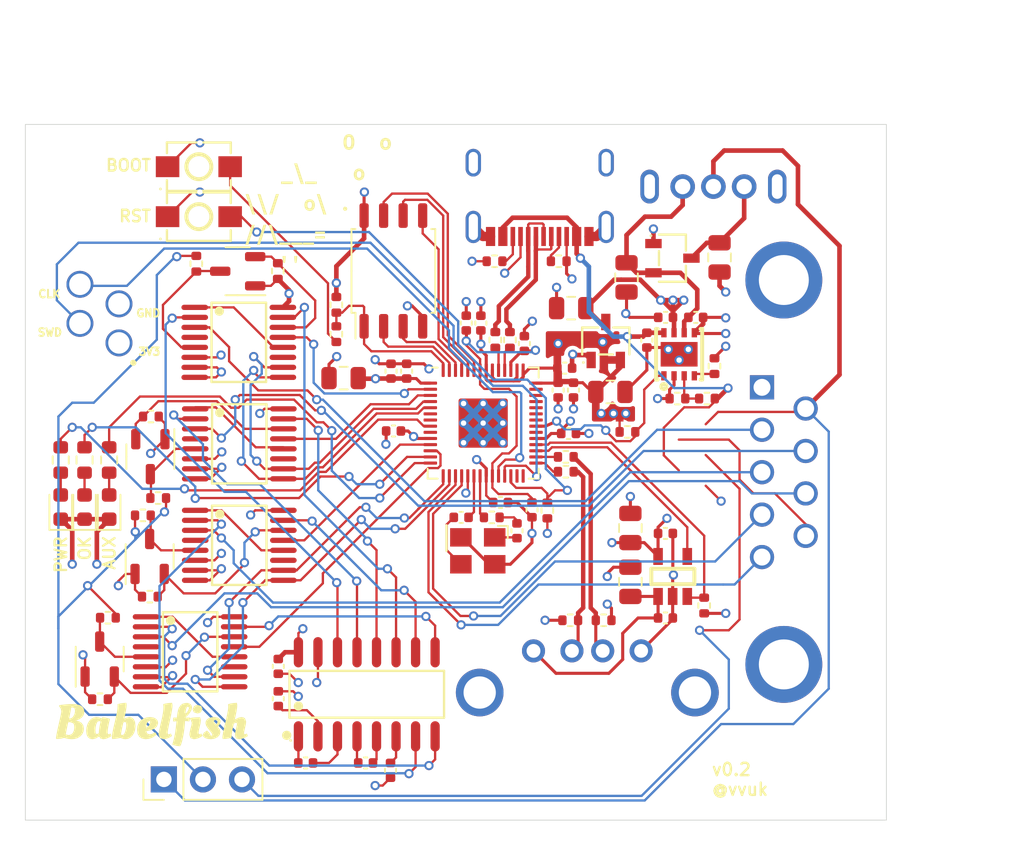
<source format=kicad_pcb>
(kicad_pcb (version 20221018) (generator pcbnew)
  (title_block (title "Babelfish") (date "2023-01-29") (rev "REV1") (company "Bitops"))
  (layers (0 "F.Cu" signal) (1 "In1.Cu" signal) (2 "In2.Cu" signal) (31 "B.Cu" signal) (34 "B.Paste" user) (35 "F.Paste" user) (36 "B.SilkS" user "B.Silkscreen") (37 "F.SilkS" user "F.Silkscreen") (38 "B.Mask" user) (39 "F.Mask" user) (44 "Edge.Cuts" user))
  (net 0 "")
  (net 1 "GND")
  (net 2 "VBUS")
  (net 3 "/XIN")
  (net 4 "/XOUT")
  (net 5 "+3V3")
  (net 6 "+1V1")
  (net 7 "/~{USB_BOOT}")
  (net 8 "/GPIO15")
  (net 9 "Net-(D2-A)")
  (net 10 "/5V0")
  (net 11 "/GPIO7")
  (net 12 "/VCC_5V")
  (net 13 "/TX_A_Y0_THRU")
  (net 14 "/RX_A_Y0_THRU")
  (net 15 "/GPIO26")
  (net 16 "/GPIO27")
  (net 17 "/GPIO28")
  (net 18 "/GPIO29")
  (net 19 "/USB2_D+")
  (net 20 "/GPIO22")
  (net 21 "/GPIO19")
  (net 22 "/GPIO18")
  (net 23 "/RUN")
  (net 24 "/SWD")
  (net 25 "/SWCLK")
  (net 26 "/QSPI_SS")
  (net 27 "/QSPI_SD3")
  (net 28 "/QSPI_SCLK")
  (net 29 "/QSPI_SD0")
  (net 30 "/QSPI_SD2")
  (net 31 "/QSPI_SD1")
  (net 32 "/USB_D+")
  (net 33 "/USB_D-")
  (net 34 "/USB2_D-")
  (net 35 "/U1_TX_A")
  (net 36 "/U1_RX_A")
  (net 37 "/GPIO14")
  (net 38 "/USB_DP")
  (net 39 "/USB_DN")
  (net 40 "/VCC_IN_SW")
  (net 41 "/VCC_IN")
  (net 42 "/OSC1R")
  (net 43 "/OSC1")
  (net 44 "/OSC2")
  (net 45 "Net-(U11-V+)")
  (net 46 "Net-(U11-C1+)")
  (net 47 "/LED_PWR")
  (net 48 "/LED_P_OK")
  (net 49 "/LED_AUX")
  (net 52 "Net-(U11-C1-)")
  (net 53 "Net-(U11-C2+)")
  (net 54 "Net-(U11-C2-)")
  (net 55 "Net-(U11-V-)")
  (net 56 "Net-(D1-A)")
  (net 57 "Net-(D3-A)")
  (net 58 "/VSHIFT")
  (net 59 "/TX_A_CONN")
  (net 60 "/RX_A_CONN")
  (net 61 "/RX_B_CONN")
  (net 62 "/TX_B_CONN")
  (net 63 "/TX_A_1Y1")
  (net 64 "/TX_A_2Y1")
  (net 65 "/RX_A_1Y1")
  (net 66 "/RX_A_2Y1")
  (net 67 "/TX_B_1Y1")
  (net 68 "/RX_B_2Y1")
  (net 69 "/RX_B_1Y1")
  (net 70 "/STAT_5V0")
  (net 71 "Net-(U3-CC2)")
  (net 72 "/PWR_VSNS")
  (net 73 "Net-(U2-ILIM)")
  (net 74 "Net-(U3-CC1)")
  (net 75 "/TX_A")
  (net 76 "/RX_A")
  (net 77 "/TX_B")
  (net 78 "/RX_B")
  (net 79 "/GPIO16")
  (net 80 "/GPIO17")
  (net 81 "/TX_B_Y0_THRU")
  (net 82 "/TX_A_2Y2")
  (net 84 "/TX_A_1Y2")
  (net 85 "/RX_B_Y0_THRU")
  (net 87 "/CH_A_S0")
  (net 88 "/CH_A_S1")
  (net 89 "/RX_A_2Y2")
  (net 91 "/RX_A_1Y2")
  (net 93 "/TX_B_2Y2")
  (net 95 "/TX_B_2Y1")
  (net 96 "/TX_B_1Y2")
  (net 98 "/CH_B_S0")
  (net 99 "/CH_B_S1")
  (net 100 "/RX_B_2Y2")
  (net 102 "/RX_B_1Y2")
  (net 104 "/VBUS_OUT")
  (net 105 "/USB2_FLG")
  (net 106 "/USB2_EN")
  (footprint "Resistor_SMD:R_0402_1005Metric" (layer "F.Cu") (at 89.894 94.9275)
    (fp_text reference "R23" hide)
    (fp_text value "10k")
  )
  (footprint "Package_TO_SOT_SMD:SOT-23-3" (layer "F.Cu") (at 90.38 91.1093 -90)
    (fp_text reference "Q1" hide)
    (fp_text value "BSS138")
  )
  (footprint "Capacitor_SMD:C_0805_2012Metric" (layer "F.Cu") (at 121.6 95.75 90)
    (fp_text reference "C31" hide)
    (fp_text value "10u")
  )
  (footprint "Resistor_SMD:R_0402_1005Metric" (layer "F.Cu") (at 98.671377 79.036774 90)
    (fp_text reference "R20" hide)
    (fp_text value "10k")
  )
  (footprint "Capacitor_SMD:C_0805_2012Metric" (layer "F.Cu") (at 117.75 81.45 180)
    (fp_text reference "C21" hide)
    (fp_text value "10u")
  )
  (footprint "Connector_PinHeader_2.54mm:PinHeader_1x03_P2.54mm_Vertical" (layer "F.Cu") (at 91.26 112.1 90)
    (fp_text reference "J1" hide)
    (fp_text value "Shifter Power")
  )
  (footprint "MountingHole:MountingHole_2.7mm_M2.5" (layer "F.Cu") (at 85.75 73)
    (fp_text reference "H4" hide)
    (fp_text value "MountingHole")
  )
  (footprint "Capacitor_SMD:C_0402_1005Metric" (layer "F.Cu") (at 98.7 106.84883 -90)
    (fp_text reference "C23" hide)
    (fp_text value "100n")
  )
  (footprint "LED_SMD:LED_0603_1608Metric" (layer "F.Cu") (at 84.55 94.3875 90)
    (fp_text reference "D1" hide)
    (fp_text value "Red")
  )
  (footprint "Capacitor_SMD:C_0402_1005Metric" (layer "F.Cu") (at 106.1955 89.439 180)
    (fp_text reference "C16" hide)
    (fp_text value "100n")
  )
  (footprint "Capacitor_SMD:C_0402_1005Metric" (layer "F.Cu") (at 117.33 85.35)
    (fp_text reference "C14" hide)
    (fp_text value "1u")
  )
  (footprint "Resistor_SMD:R_0402_1005Metric" (layer "F.Cu") (at 117.69 101.75 180)
    (fp_text reference "R26" hide)
    (fp_text value "15k")
  )
  (footprint "Resistor_SMD:R_0402_1005Metric" (layer "F.Cu") (at 116.2 94.61 -90)
    (fp_text reference "R14" hide)
    (fp_text value "10k")
  )
  (footprint "LED_SMD:LED_0603_1608Metric" (layer "F.Cu") (at 86.1 94.3875 90)
    (fp_text reference "D2" hide)
    (fp_text value "Red")
  )
  (footprint "lcsc:USB-C-SMD_G-SWITCH_GT-USB-7010ASV" (layer "F.Cu") (at 115.705434 74.389076 180)
    (fp_text reference "U3" hide)
    (fp_text value "GT-USB-7010ASV")
  )
  (footprint "Capacitor_SMD:C_0402_1005Metric" (layer "F.Cu") (at 106 111.50883 -90)
    (fp_text reference "C27" hide)
    (fp_text value "100n")
  )
  (footprint "Capacitor_SMD:C_0805_2012Metric" (layer "F.Cu") (at 120.3 86.9)
    (fp_text reference "C22" hide)
    (fp_text value "10u")
  )
  (footprint "SnapEDA:490107670412" (layer "F.Cu") (at 87.07 81.805 -90)
    (fp_text reference "J2" hide)
    (fp_text value "SWD")
  )
  (footprint "Resistor_SMD:R_0402_1005Metric" (layer "F.Cu") (at 127.069979 85.220051 90)
    (fp_text reference "R9" hide)
    (fp_text value "1k4")
  )
  (footprint "Resistor_SMD:R_0402_1005Metric" (layer "F.Cu") (at 121.41 89.5 180)
    (fp_text reference "R2" hide)
    (fp_text value "10k")
  )
  (footprint "Resistor_SMD:R_0402_1005Metric" (layer "F.Cu") (at 117.4005 91.1226 180)
    (fp_text reference "R13" hide)
    (fp_text value "22")
  )
  (footprint "MountingHole:MountingHole_2.7mm_M2.5" (layer "F.Cu") (at 85.75 111.25)
    (fp_text reference "H1" hide)
    (fp_text value "MountingHole")
  )
  (footprint "Resistor_SMD:R_0402_1005Metric" (layer "F.Cu") (at 102.4776 81.2328 -90)
    (fp_text reference "R7" hide)
    (fp_text value "DNF")
  )
  (footprint "Capacitor_SMD:C_0402_1005Metric" (layer "F.Cu") (at 117.9 86.78 -90)
    (fp_text reference "C7" hide)
    (fp_text value "100n")
  )
  (footprint "lcsc:TSSOP-16_L5.0-W4.4-P0.65-LS6.4-BL" (layer "F.Cu") (at 96.132416 83.674879 -90)
    (fp_text reference "U7" hide)
    (fp_text value "74HC4052PW,118")
  )
  (footprint "lcsc:SOT-23-3_L2.9-W1.6-P1.90-LS2.8-BR" (layer "F.Cu") (at 120 83.585077 -90)
    (fp_text reference "U6" hide)
    (fp_text value "TPMCP1703T-3302E_CB")
  )
  (footprint "Capacitor_SMD:C_0402_1005Metric" (layer "F.Cu") (at 111.8755 82.42 90)
    (fp_text reference "C5" hide)
    (fp_text value "100n")
  )
  (footprint "lcsc:SW-TH_SHOU_SK12D07VG5" (layer "F.Cu") (at 127 73.543015 180)
    (fp_text reference "SW3" hide)
    (fp_text value "SK12D07VG5_C3020419")
  )
  (footprint "Resistor_SMD:R_0603_1608Metric" (layer "F.Cu") (at 84.55 91.325 -90)
    (fp_text reference "R15" hide)
    (fp_text value "1k")
  )
  (footprint "kibuzzard-644F3679" (layer "F.Cu") (at 90.48 108.53)
    (fp_text reference "kibuzzard-644F3679" hide)
    (fp_text value "G***" hide)
  )
  (footprint "Capacitor_SMD:C_0402_1005Metric" (layer "F.Cu") (at 116.9 86.78 -90)
    (fp_text reference "C6" hide)
    (fp_text value "100n")
  )
  (footprint "Package_TO_SOT_SMD:SOT-23-3" (layer "F.Cu") (at 96.060677 79.049974 180)
    (fp_text reference "Q2" hide)
    (fp_text value "~")
  )
  (footprint "LED_SMD:LED_0603_1608Metric" (layer "F.Cu") (at 87.7 94.3875 90)
    (fp_text reference "D3" hide)
    (fp_text value "Red")
  )
  (footprint "Resistor_SMD:R_0402_1005Metric" (layer "F.Cu") (at 87.6196 101.5832 180)
    (fp_text reference "R25" hide)
    (fp_text value "10k")
  )
  (footprint "Resistor_SMD:R_0402_1005Metric" (layer "F.Cu") (at 126.4 100.79 -90)
    (fp_text reference "R28" hide)
    (fp_text value "10k")
  )
  (footprint "Capacitor_SMD:C_0402_1005Metric" (layer "F.Cu") (at 104.38 111.02883)
    (fp_text reference "C26" hide)
    (fp_text value "100n")
  )
  (footprint "Capacitor_SMD:C_0402_1005Metric" (layer "F.Cu") (at 117.58 89.6)
    (fp_text reference "C10" hide)
    (fp_text value "100n")
  )
  (footprint "lcsc:SON-8_L3.0-W3.0-P0.65-LS3.0-BL-EP" (layer "F.Cu") (at 124.770106 84.449924)
    (fp_text reference "U2" hide)
    (fp_text value "TPS2113ADRBR")
  )
  (footprint "Capacitor_SMD:C_0402_1005Metric" (layer "F.Cu") (at 123.88 101.6)
    (fp_text reference "C28" hide)
    (fp_text value "100n")
  )
  (footprint "Resistor_SMD:R_0402_1005Metric" (layer "F.Cu") (at 113.7655 83.5162 -90)
    (fp_text reference "R4" hide)
    (fp_text value "27")
  )
  (footprint "Package_TO_SOT_SMD:SOT-23-3" (layer "F.Cu") (at 87.0848 104.2725 90)
    (fp_text reference "Q4" hide)
    (fp_text value "~")
  )
  (footprint "RP2040_minimal:RP2040-QFN-56" (layer "F.Cu") (at 112.0255 88.9265)
    (fp_text reference "U1" hide)
    (fp_text value "RP2040")
  )
  (footprint "lcsc:TSSOP-16_L5.0-W4.4-P0.65-LS6.4-BL" (layer "F.Cu") (at 96.163938 96.874879 -90)
    (fp_text reference "U9" hide)
    (fp_text value "74HC4052PW,118")
  )
  (footprint "Resistor_SMD:R_0402_1005Metric" (layer "F.Cu") (at 87.1046 106.885)
    (fp_text reference "R24" hide)
    (fp_text value "10k")
  )
  (footprint "Capacitor_SMD:C_0402_1005Metric" (layer "F.Cu") (at 123.88 96.1)
    (fp_text reference "C30" hide)
    (fp_text value "100n")
  )
  (footprint "RP2040_minimal:USB-A-TH__USB-AF-90" (layer "F.Cu") (at 118.8 105.095)
    (fp_text reference "J4" hide)
    (fp_text value "USB_A" hide)
  )
  (footprint "lcsc:SOT-25-5_L2.9-W1.6-P0.95-LS2.8-BL" (layer "F.Cu") (at 124.350318 98.900025)
    (fp_text reference "U12" hide)
    (fp_text value "AP2191WG-7")
  )
  (footprint "Resistor_SMD:R_0402_1005Metric" (layer "F.Cu") (at 112.585227 95.057862 180)
    (fp_text reference "R1" hide)
    (fp_text value "1k")
  )
  (footprint "Resistor_SMD:R_0603_1608Metric" (layer "F.Cu") (at 86.1 91.325 -90)
    (fp_text reference "R16" hide)
    (fp_text value "1k")
  )
  (footprint "Resistor_SMD:R_0402_1005Metric" (layer "F.Cu") (at 112.7655 78.4 180)
    (fp_text reference "R5" hide)
    (fp_text value "5.1K")
  )
  (footprint "Capacitor_SMD:C_0402_1005Metric" (layer "F.Cu") (at 122.669979 83.530051 -90)
    (fp_text reference "C15" hide)
    (fp_text value "100n")
  )
  (footprint "Capacitor_SMD:C_0402_1005Metric" (layer "F.Cu") (at 107.0496 85.5482 90)
    (fp_text reference "C4" hide)
    (fp_text value "100n")
  )
  (footprint "Resistor_SMD:R_0402_1005Metric" (layer "F.Cu") (at 126.579979 87.330051 180)
    (fp_text reference "R6" hide)
    (fp_text value "10k2")
  )
  (footprint "Resistor_SMD:R_0402_1005Metric" (layer "F.Cu") (at 112.8154 83.5162 -90)
    (fp_text reference "R3" hide)
    (fp_text value "27")
  )
  (footprint "Resistor_SMD:R_0603_1608Metric" (layer "F.Cu") (at 87.7 91.325 -90)
    (fp_text reference "R17" hide)
    (fp_text value "1k")
  )
  (footprint "Resistor_SMD:R_0402_1005Metric" (layer "F.Cu") (at 119.86 101.75)
    (fp_text reference "R27" hide)
    (fp_text value "15k")
  )
  (footprint "Capacitor_SMD:C_0402_1005Metric" (layer "F.Cu") (at 114.225227 95.927862 90)
    (fp_text reference "C11" hide)
    (fp_text value "30p")
  )
  (footprint "Resistor_SMD:R_0402_1005Metric" (layer "F.Cu") (at 90.89 93.8 180)
    (fp_text reference "R19" hide)
    (fp_text value "10k")
  )
  (footprint "Package_TO_SOT_SMD:SOT-23-3" (layer "F.Cu") (at 90.334 97.6 90)
    (fp_text reference "Q3" hide)
    (fp_text value "~")
  )
  (footprint "Resistor_SMD:R_0402_1005Metric" (layer "F.Cu") (at 93.369577 78.559974 -90)
    (fp_text reference "R21" hide)
    (fp_text value "10k")
  )
  (footprint "Resistor_SMD:R_0402_1005Metric" (layer "F.Cu") (at 90.3472 100.2125)
    (fp_text reference "R22" hide)
    (fp_text value "10k")
  )
  (footprint "Capacitor_SMD:C_0805_2012Metric" (layer "F.Cu") (at 121.35 79.45 -90)
    (fp_text reference "C20" hide)
    (fp_text value "10u")
  )
  (footprint "lcsc:OSC-SMD_4P-L3.2-W2.5-BL" (layer "F.Cu") (at 111.675151 97.23283 180)
    (fp_text reference "X1" hide)
    (fp_text value "X322512MSB4SI")
  )
  (footprint "lcsc:SOIC-16_L9.9-W3.9-P1.27-LS6.0-BL" (layer "F.Cu") (at 104.454991 106.564415)
    (fp_text reference "U11" hide)
    (fp_text value "MAX3232IDR")
  )
  (footprint "Capacitor_SMD:C_0805_2012Metric" (layer "F.Cu") (at 121.6 99.25 90)
    (fp_text reference "C29" hide)
    (fp_text value "10u")
  )
  (footprint "Capacitor_SMD:C_0402_1005Metric" (layer "F.Cu") (at 100.48 111.02883)
    (fp_text reference "C24" hide)
    (fp_text value "100n")
  )
  (footprint "Capacitor_SMD:C_0402_1005Metric" (layer "F.Cu") (at 110.595227 95.057798)
    (fp_text reference "C12" hide)
    (fp_text value "30p")
  )
  (footprint "Capacitor_SMD:C_0402_1005Metric" (layer "F.Cu") (at 110.9255 82.419 90)
    (fp_text reference "C2" hide)
    (fp_text value "100n")
  )
  (footprint "Capacitor_SMD:C_0402_1005Metric" (layer "F.Cu") (at 106.0336 85.5482 90)
    (fp_text reference "C9" hide)
    (fp_text value "100n")
  )
  (footprint "MountingHole:MountingHole_2.7mm_M2.5" (layer "F.Cu") (at 134.75 73)
    (fp_text reference "H3" hide)
    (fp_text value "MountingHole")
  )
  (footprint "Capacitor_SMD:C_0805_2012Metric" (layer "F.Cu") (at 127.4 78.15 -90)
    (fp_text reference "C19" hide)
    (fp_text value "10u")
  )
  (footprint "Capacitor_SMD:C_0402_1005Metric" (layer "F.Cu") (at 98.7 104.74883 -90)
    (fp_text reference "C25" hide)
    (fp_text value "100n")
  )
  (footprint "Capacitor_SMD:C_0402_1005Metric" (layer "F.Cu") (at 114.7055 83.75 90)
    (fp_text reference "C13" hide)
    (fp_text value "1u")
  )
  (footprint "Resistor_SMD:R_0402_1005Metric" (layer "F.Cu") (at 124.659979 87.330051 180)
    (fp_text reference "R8" hide)
    (fp_text value "2k05")
  )
  (footprint "Capacitor_SMD:C_0805_2012Metric" (layer "F.Cu") (at 102.95 86 180)
    (fp_text reference "C3" hide)
    (fp_text value "10u")
  )
  (footprint "MountingHole:MountingHole_2.7mm_M2.5" (layer "F.Cu") (at 134.75 111.25)
    (fp_text reference "H2" hide)
    (fp_text value "MountingHole")
  )
  (footprint "Resistor_SMD:R_0402_1005Metric" (layer "F.Cu") (at 90.4156 88.4982 180)
    (fp_text reference "R18" hide)
    (fp_text value "10k")
  )
  (footprint "Resistor_SMD:R_0402_1005Metric" (layer "F.Cu") (at 117.4005 92.0878 180)
    (fp_text reference "R12" hide)
    (fp_text value "22")
  )
  (footprint "Package_SO:SOIC-8_5.23x5.23mm_P1.27mm" (layer "F.Cu") (at 106.186 79.0298 90)
    (fp_text reference "U4" hide)
    (fp_text value "W25Q128JVS")
  )
  (footprint "lcsc:SW-SMD_L4.0-W2.9-LS5.0" (layer "F.Cu") (at 93.535052 72.25)
    (fp_text reference "SW1" hide)
    (fp_text value "TS342A2P-WZ")
  )
  (footprint "lcsc:SW-SMD_L4.0-W2.9-LS5.0" (layer "F.Cu") (at 93.535052 75.5)
    (fp_text reference "SW2" hide)
    (fp_text value "TS342A2P-WZ")
  )
  (footprint "kibuzzard-644F39EB" (layer "F.Cu") (at 101.29 74.32)
    (fp_text reference "kibuzzard-644F39EB" hide)
    (fp_text value "G***" hide)
  )
  (footprint "Capacitor_SMD:C_0402_1005Metric" (layer "F.Cu") (at 125.849979 82.050051)
    (fp_text reference "C18" hide)
    (fp_text value "100n")
  )
  (footprint "lcsc:SOT-23-3_L2.9-W1.6-P1.90-LS2.8-BR" (layer "F.Cu") (at 124.335077 78.199962 180)
    (fp_text reference "U5" hide)
    (fp_text value "TPMCP1703T-5002E_CB")
  )
  (footprint "Capacitor_SMD:C_0402_1005Metric" (layer "F.Cu") (at 123.889979 82.050051 180)
    (fp_text reference "C17" hide)
    (fp_text value "1u")
  )
  (footprint "Resistor_SMD:R_0402_1005Metric" (layer "F.Cu") (at 116.94 78.4)
    (fp_text reference "R10" hide)
    (fp_text value "5.1K")
  )
  (footprint "Resistor_SMD:R_0402_1005Metric" (layer "F.Cu") (at 102.4776 83.1404 -90)
    (fp_text reference "R11" hide)
    (fp_text value "1k")
  )
  (footprint "lcsc:TSSOP-16_L5.0-W4.4-P0.65-LS6.4-BL" (layer "F.Cu") (at 96.163938 90.274905 -90)
    (fp_text reference "U8" hide)
    (fp_text value "74HC4052PW,118")
  )
  (footprint "Capacitor_SMD:C_0402_1005Metric" (layer "F.Cu") (at 113.1555 94.089)
    (fp_text reference "C8" hide)
    (fp_text value "100n")
  )
  (footprint "lcsc:TSSOP-16_L5.0-W4.4-P0.65-LS6.4-BL" (layer "F.Cu") (at 92.965761 103.8 -90)
    (fp_text reference "U10" hide)
    (fp_text value "74HC4052PW,118")
  )
  (footprint "Capacitor_SMD:C_0402_1005Metric" (layer "F.Cu") (at 115.2 94.569 -90)
    (fp_text reference "C1" hide)
    (fp_text value "100n")
  )
  (footprint "lcsc:DSUB-TH_DMR-9S" (layer "F.Cu") (at 131.58001 92.119888)
    (fp_text reference "J3" hide)
    (fp_text value "DE9 Female")
  )
  (gr_rect (start 82.25 69.5) (end 138.25 114.75) (stroke (width 0.05)) (fill none) (layer "Edge.Cuts"))
  (gr_text "PWR" (at 85 96.2 90) (layer "F.SilkS") (effects (font (size 0.75 0.75)) (justify right bottom)))
  (gr_text "3V3" (at 91.09 84.57) (layer "F.SilkS") (effects (font (size 0.5 0.5) (thickness 0.125)) (justify right bottom)))
  (gr_text "BOOT" (at 90.5 72.6) (layer "F.SilkS") (effects (font (size 0.75 0.75)) (justify right bottom)))
  (gr_text " OK" (at 86.55 96.2 90) (layer "F.SilkS") (effects (font (size 0.75 0.75)) (justify right bottom)))
  (gr_text "SWD" (at 84.7 83.32) (layer "F.SilkS") (effects (font (size 0.5 0.5) (thickness 0.125)) (justify right bottom)))
  (gr_text "RST" (at 90.5 75.9) (layer "F.SilkS") (effects (font (size 0.75 0.75)) (justify right bottom)))
  (gr_text "GND" (at 91.09 82.07) (layer "F.SilkS") (effects (font (size 0.5 0.5) (thickness 0.125)) (justify right bottom)))
  (gr_text "CLK" (at 84.59 80.82) (layer "F.SilkS") (effects (font (size 0.5 0.5) (thickness 0.125)) (justify right bottom)))
  (gr_text "AUX" (at 88.15 96.2 90) (layer "F.SilkS") (effects (font (size 0.75 0.75)) (justify right bottom)))
  (gr_text_box "v0.2\n@vvuk" (start 126.22 110.39) (end 128.72 112.89) (layer "F.SilkS") (effects (font (size 0.8 0.8) (thickness 0.15) bold) (justify left top)))
  (segment (start 93.298177 97.849987) (end 94.550013 97.849987) (width 0.15) (layer "F.Cu") (net 1))
  (segment (start 98.7 106.36883) (end 99.66883 106.36883) (width 0.15) (layer "F.Cu") (net 1))
  (segment (start 91.5 72.25) (end 93.05 70.7) (width 0.15) (layer "F.Cu") (net 1))
  (segment (start 112.005434 76.789101) (end 111.385419 76.169086) (width 0.6) (layer "F.Cu") (net 1))
  (segment (start 116.9 87.26) (end 116.9 88) (width 0.2) (layer "F.Cu") (net 1))
  (segment (start 124.440032 86.459998) (end 124.149979 86.750051) (width 0.2) (layer "F.Cu") (net 1))
  (segment (start 102 86) (end 102 85.1) (width 0.2) (layer "F.Cu") (net 1))
  (segment (start 108.1682 85.0682) (end 108.5 85.4) (width 0.2) (layer "F.Cu") (net 1))
  (segment (start 114.455523 78.144477) (end 114.455523 76.789101) (width 0.15) (layer "F.Cu") (net 1))
  (segment (start 95 85.6) (end 94.650025 85.949975) (width 0.15) (layer "F.Cu") (net 1))
  (segment (start 91.075943 106.099975) (end 91.825905 105.350013) (width 0.15) (layer "F.Cu") (net 1))
  (segment (start 123.1 77.25) (end 123.1 76.4) (width 0.3) (layer "F.Cu") (net 1))
  (segment (start 114.7055 82.8195) (end 115.225 82.3) (width 0.2) (layer "F.Cu") (net 1))
  (segment (start 114.7055 83.27) (end 114.7055 82.8195) (width 0.2) (layer "F.Cu") (net 1))
  (segment (start 94.575918 91.25) (end 95.025905 90.800013) (width 0.15) (layer "F.Cu") (net 1))
  (segment (start 124.349785 98.850215) (end 124.4 98.8) (width 0.2) (layer "F.Cu") (net 1))
  (segment (start 127.77 82.050051) (end 126.329979 82.050051) (width 0.2) (layer "F.Cu") (net 1))
  (segment (start 94.275943 92.549975) (end 95.025905 91.800013) (width 0.15) (layer "F.Cu") (net 1))
  (segment (start 110.925 81.05) (end 110.9255 81.0495) (width 0.2) (layer "F.Cu") (net 1))
  (segment (start 126.329979 82.050051) (end 126.329979 82.480094) (width 0.3) (layer "F.Cu") (net 1))
  (segment (start 123.2 76.3) (end 123.2 76.3) (width 0.3) (layer "F.Cu") (net 1))
  (segment (start 84.575 95.175) (end 85.3 95.9) (width 0.3) (layer "F.Cu") (net 1))
  (segment (start 91.5 75.5) (end 93.1 73.9) (width 0.15) (layer "F.Cu") (net 1))
  (segment (start 118.06 89.6) (end 118.9 89.6) (width 0.2) (layer "F.Cu") (net 1))
  (segment (start 95 85.6) (end 94.699987 85.299987) (width 0.15) (layer "F.Cu") (net 1))
  (segment (start 127.069979 84.710051) (end 127.069979 84.660072) (width 0.2) (layer "F.Cu") (net 1))
  (segment (start 118 84.45) (end 117.95 84.5) (width 0.3) (layer "F.Cu") (net 1))
  (segment (start 127.069979 84.660072) (end 127.8 83.930051) (width 0.2) (layer "F.Cu") (net 1))
  (segment (start 117.81 84.64) (end 117.85 84.6) (width 0.3) (layer "F.Cu") (net 1))
  (segment (start 94.699987 85.299987) (end 93.274082 85.299987) (width 0.15) (layer "F.Cu") (net 1))
  (segment (start 90.124082 104.8) (end 91.375918 104.8) (width 0.15) (layer "F.Cu") (net 1))
  (segment (start 124.149979 86.750051) (end 124.149979 87.330051) (width 0.2) (layer "F.Cu") (net 1))
  (segment (start 124.36 98.76) (end 124.36 96.1) (width 0.2) (layer "F.Cu") (net 1))
  (segment (start 107.0496 85.0682) (end 108.1682 85.0682) (width 0.2) (layer "F.Cu") (net 1))
  (segment (start 124.36 101.68) (end 122.3 103.74) (width 0.2) (layer "F.Cu") (net 1))
  (segment (start 121.550051 82.050051) (end 121.3 81.8) (width 0.2) (layer "F.Cu") (net 1))
  (segment (start 114.24 94.089) (end 115.2 95.049) (width 0.2) (layer "F.Cu") (net 1))
  (segment (start 93.1 73.9) (end 93.6 73.9) (width 0.15) (layer "F.Cu") (net 1))
  (segment (start 120.5 98.3) (end 121.6 98.3) (width 0.2) (layer "F.Cu") (net 1))
  (segment (start 121.6 94.8) (end 121.6 93.7) (width 0.2) (layer "F.Cu") (net 1))
  (segment (start 124.349785 100.2) (end 124.349785 101.589785) (width 0.2) (layer "F.Cu") (net 1))
  (segment (start 116.8 81.45) (end 116.8 80.1) (width 0.2) (layer "F.Cu") (net 1))
  (segment (start 125.810073 83.1) (end 125.760073 83.049999) (width 0.2) (layer "F.Cu") (net 1))
  (segment (start 112.505561 76.789101) (end 112.005434 76.789101) (width 0.6) (layer "F.Cu") (net 1))
  (segment (start 123.1 76.3) (end 123.2 76.3) (width 0.3) (layer "F.Cu") (net 1))
  (segment (start 120.1 98.7) (end 120.5 98.3) (width 0.2) (layer "F.Cu") (net 1))
  (segment (start 123.1 76.4) (end 123.1 76.3) (width 0.3) (layer "F.Cu") (net 1))
  (segment (start 110.575075 96.357798) (end 110.657798 96.357798) (width 0.2) (layer "F.Cu") (net 1))
  (segment (start 121.35 81.75) (end 121.3 81.8) (width 0.2) (layer "F.Cu") (net 1))
  (segment (start 113.6355 94.089) (end 114.24 94.089) (width 0.2) (layer "F.Cu") (net 1))
  (segment (start 101.279985 105.720015) (end 101.2 105.8) (width 0.15) (layer "F.Cu") (net 1))
  (segment (start 124.349785 101.589785) (end 124.36 101.6) (width 0.2) (layer "F.Cu") (net 1))
  (segment (start 117.9 87.26) (end 117.9 88) (width 0.2) (layer "F.Cu") (net 1))
  (segment (start 120.37 100.97) (end 120.1 100.7) (width 0.2) (layer "F.Cu") (net 1))
  (segment (start 113.425 79.175) (end 114.455523 78.144477) (width 0.15) (layer "F.Cu") (net 1))
  (segment (start 85.3 95.9) (end 85.3 98.1) (width 0.3) (layer "F.Cu") (net 1))
  (segment (start 87.7 95.175) (end 87.7 95.2) (width 0.3) (layer "F.Cu") (net 1))
  (segment (start 122.669979 84.010051) (end 123.949979 84.010051) (width 0.2) (layer "F.Cu") (net 1))
  (segment (start 106.0336 85.0682) (end 105.2682 85.0682) (width 0.2) (layer "F.Cu") (net 1))
  (segment (start 98.7 105.22883) (end 99.42883 105.22883) (width 0.15) (layer "F.Cu") (net 1))
  (segment (start 123.1 76.4) (end 123.1 76.4) (width 0.3) (layer "F.Cu") (net 1))
  (segment (start 91.375918 104.8) (end 91.825905 104.350013) (width 0.15) (layer "F.Cu") (net 1))
  (segment (start 125.760073 83.049999) (end 126.005036 82.805036) (width 0.2) (layer "F.Cu") (net 1))
  (segment (start 117.18 101.75) (end 116.05 101.75) (width 0.2) (layer "F.Cu") (net 1))
  (segment (start 117.45 79.2) (end 117.8 79.55) (width 0.2) (layer "F.Cu") (net 1))
  (segment (start 111.8755 81.0755) (end 111.875 81.075) (width 0.2) (layer "F.Cu") (net 1))
  (segment (start 93.05 70.7) (end 93.6 70.7) (width 0.15) (layer "F.Cu") (net 1))
  (segment (start 90.124082 106.099975) (end 91.075943 106.099975) (width 0.15) (layer "F.Cu") (net 1))
  (segment (start 102 85.1) (end 102.5 84.6) (width 0.2) (layer "F.Cu") (net 1))
  (segment (start 110.9255 81.0505) (end 110.925 81.05) (width 0.2) (layer "F.Cu") (net 1))
  (segment (start 123.949979 84.010051) (end 124.069979 84.130051) (width 0.2) (layer "F.Cu") (net 1))
  (segment (start 120.37 101.75) (end 120.37 100.97) (width 0.2) (layer "F.Cu") (net 1))
  (segment (start 93.298177 98.499974) (end 94.900026 98.499974) (width 0.15) (layer "F.Cu") (net 1))
  (segment (start 86.9 98.1) (end 86.9 98.2) (width 0.3) (layer "F.Cu") (net 1))
  (segment (start 86.9 96) (end 86.9 98.1) (width 0.3) (layer "F.Cu") (net 1))
  (segment (start 117.455523 78.394477) (end 117.45 78.4) (width 0.15) (layer "F.Cu") (net 1))
  (segment (start 117.81 85.35) (end 117.81 84.64) (width 0.3) (layer "F.Cu") (net 1))
  (segment (start 87.7 95.2) (end 86.9 96) (width 0.3) (layer "F.Cu") (net 1))
  (segment (start 122.669979 84.010051) (end 122.669979 85.480021) (width 0.2) (layer "F.Cu") (net 1))
  (segment (start 117.95 84.5) (end 118.729884 84.5) (width 0.3) (layer "F.Cu") (net 1))
  (segment (start 115.2 95.049) (end 115.2 96.1) (width 0.15) (layer "F.Cu") (net 1))
  (segment (start 105.7155 89.439) (end 105.7155 90.2845) (width 0.2) (layer "F.Cu") (net 1))
  (segment (start 121.35 80.4) (end 121.35 81.75) (width 0.2) (layer "F.Cu") (net 1))
  (segment (start 94.900026 98.499974) (end 95 98.4) (width 0.15) (layer "F.Cu") (net 1))
  (segment (start 99.42883 105.22883) (end 100 105.8) (width 0.15) (layer "F.Cu") (net 1))
  (segment (start 110.9255 81.0495) (end 110.9255 81.0255) (width 0.2) (layer "F.Cu") (net 1))
  (segment (start 111.0255 93.35) (end 111.0255 92.364) (width 0.15) (layer "F.Cu") (net 1))
  (segment (start 106 111.98883) (end 105.48883 112.5) (width 0.15) (layer "F.Cu") (net 1))
  (segment (start 94.650025 85.949975) (end 93.274082 85.949975) (width 0.15) (layer "F.Cu") (net 1))
  (segment (start 101.279985 103.82883) (end 101.279985 105.720015) (width 0.15) (layer "F.Cu") (net 1))
  (segment (start 110.9255 81.939) (end 110.9255 81.0505) (width 0.2) (layer "F.Cu") (net 1))
  (segment (start 127.4 80) (end 127.8 80.4) (width 0.3) (layer "F.Cu") (net 1))
  (segment (start 112.775227 98.107862) (end 113.792138 98.107862) (width 0.2) (layer "F.Cu") (net 1))
  (segment (start 115.2 96.7) (end 115.2 96.1) (width 0.2) (layer "F.Cu") (net 1))
  (segment (start 112.407862 98.107862) (end 112.775227 98.107862) (width 0.2) (layer "F.Cu") (net 1))
  (segment (start 112.2555 78.4) (end 111.3 78.4) (width 0.15) (layer "F.Cu") (net 1))
  (segment (start 117.85 84.45) (end 118 84.45) (width 0.3) (layer "F.Cu") (net 1))
  (segment (start 107.4 81.3) (end 107.1 81.3) (width 0.2) (layer "F.Cu") (net 1))
  (segment (start 113.792138 98.107862) (end 115.2 96.7) (width 0.2) (layer "F.Cu") (net 1))
  (segment (start 124.4 98.8) (end 124.36 98.76) (width 0.2) (layer "F.Cu") (net 1))
  (segment (start 105.7155 90.2845) (end 105.7 90.3) (width 0.2) (layer "F.Cu") (net 1))
  (segment (start 122.669979 85.480021) (end 121.25 86.9) (width 0.2) (layer "F.Cu") (net 1))
  (segment (start 111.875 81.075) (end 111.875 81.025) (width 0.2) (layer "F.Cu") (net 1))
  (segment (start 94.550013 97.849987) (end 95 97.4) (width 0.15) (layer "F.Cu") (net 1))
  (segment (start 118.729884 84.5) (end 119.050038 84.820154) (width 0.3) (layer "F.Cu") (net 1))
  (segment (start 127.8 83.1) (end 125.810073 83.1) (width 0.2) (layer "F.Cu") (net 1))
  (segment (start 94.250038 99.149962) (end 95 98.4) (width 0.15) (layer "F.Cu") (net 1))
  (segment (start 93.324082 91.25) (end 94.575918 91.25) (width 0.15) (layer "F.Cu") (net 1))
  (segment (start 106.0336 85.0682) (end 107.0496 85.0682) (width 0.2) (layer "F.Cu") (net 1))
  (segment (start 117.45 78.4) (end 117.45 79.2) (width 0.2) (layer "F.Cu") (net 1))
  (segment (start 110.657798 96.357798) (end 112.407862 98.107862) (width 0.2) (layer "F.Cu") (net 1))
  (segment (start 126.5 93) (end 127.5 94) (width 0.15) (layer "F.Cu") (net 1))
  (segment (start 117.455523 76.789101) (end 117.455523 78.394477) (width 0.15) (layer "F.Cu") (net 1))
  (segment (start 124.440032 85.850102) (end 124.440032 86.459998) (width 0.2) (layer "F.Cu") (net 1))
  (segment (start 127.8 82.080051) (end 127.77 82.050051) (width 0.2) (layer "F.Cu") (net 1))
  (segment (start 93.324082 92.549975) (end 94.275943 92.549975) (width 0.15) (layer "F.Cu") (net 1))
  (segment (start 124.349785 100.2) (end 124.349785 98.850215) (width 0.2) (layer "F.Cu") (net 1))
  (segment (start 90.124082 105.449987) (end 91.725931 105.449987) (width 0.15) (layer "F.Cu") (net 1))
  (segment (start 123.409979 82.050051) (end 121.550051 82.050051) (width 0.2) (layer "F.Cu") (net 1))
  (segment (start 110.9 93.4755) (end 111.0255 93.35) (width 0.15) (layer "F.Cu") (net 1))
  (segment (start 105.2682 85.0682) (end 105 84.8) (width 0.2) (layer "F.Cu") (net 1))
  (segment (start 127.8 83.1) (end 127.9 83.1) (width 0.2) (layer "F.Cu") (net 1))
  (segment (start 108.091 81.991) (end 107.4 81.3) (width 0.2) (layer "F.Cu") (net 1))
  (segment (start 117.85 84.6) (end 117.85 84.45) (width 0.3) (layer "F.Cu") (net 1))
  (segment (start 93.298177 99.149962) (end 94.250038 99.149962) (width 0.15) (layer "F.Cu") (net 1))
  (segment (start 126.329979 82.480094) (end 126.005036 82.805036) (width 0.3) (layer "F.Cu") (net 1))
  (segment (start 108.091 82.6298) (end 108.091 81.991) (width 0.2) (layer "F.Cu") (net 1))
  (segment (start 94.975905 84.5) (end 94.825905 84.65) (width 0.15) (layer "F.Cu") (net 1))
  (segment (start 126.005036 82.805036) (end 125.760073 83.05) (width 0.3) (layer "F.Cu") (net 1))
  (segment (start 111.8755 81.94) (end 111.8755 81.0755) (width 0.2) (layer "F.Cu") (net 1))
  (segment (start 127.4 79.1) (end 127.4 80) (width 0.3) (layer "F.Cu") (net 1))
  (segment (start 123.369979 87.330051) (end 124.149979 87.330051) (width 0.2) (layer "F.Cu") (net 1))
  (segment (start 105.48883 112.5) (end 105 112.5) (width 0.15) (layer "F.Cu") (net 1))
  (segment (start 94.825905 84.65) (end 93.274082 84.65) (width 0.15) (layer "F.Cu") (net 1))
  (segment (start 93.324082 91.899987) (end 94.925931 91.899987) (width 0.15) (layer "F.Cu") (net 1))
  (segment (start 91.725931 105.449987) (end 91.825905 105.350013) (width 0.15) (layer "F.Cu") (net 1))
  (segment (start 118.905358 76.789101) (end 119.405485 76.789101) (width 0.6) (layer "F.Cu") (net 1))
  (segment (start 99.66883 106.36883) (end 100 106.7) (width 0.15) (layer "F.Cu") (net 1))
  (segment (start 124.36 101.6) (end 124.36 101.68) (width 0.2) (layer "F.Cu") (net 1))
  (segment (start 84.55 95.175) (end 84.575 95.175) (width 0.3) (layer "F.Cu") (net 1))
  (segment (start 119.405485 76.789101) (end 120.0255 76.169086) (width 0.6) (layer "F.Cu") (net 1))
  (segment (start 94.925931 91.899987) (end 95.025905 91.800013) (width 0.15) (layer "F.Cu") (net 1))
  (segment (start 84.55 95.175) (end 87.7 95.175) (width 0.3) (layer "F.Cu") (net 1))
  (via (at 105 112.5) (size 0.6) (drill 0.35) (layers "F.Cu" "B.Cu") (net 1))
  (via (at 125.369979 84.130051) (size 0.6) (drill 0.35) (layers "F.Cu" "B.Cu") (net 1))
  (via (at 127.5 94) (size 0.6) (drill 0.35) (layers "F.Cu" "B.Cu") (net 1))
  (via (at 116.8 80.1) (size 0.6) (drill 0.35) (layers "F.Cu" "B.Cu") (net 1))
  (via (at 91.825905 104.350013) (size 0.6) (drill 0.35) (layers "F.Cu" "B.Cu") (net 1))
  (via (at 115.2 96.1) (size 0.6) (drill 0.35) (layers "F.Cu" "B.Cu") (net 1))
  (via (at 100 106.7) (size 0.6) (drill 0.35) (layers "F.Cu" "B.Cu") (net 1))
  (via (at 93.6 70.7) (size 0.6) (drill 0.35) (layers "F.Cu" "B.Cu") (net 1))
  (via (at 102.5 84.6) (size 0.6) (drill 0.35) (layers "F.Cu" "B.Cu") (net 1))
  (via (at 95 97.4) (size 0.6) (drill 0.35) (layers "F.Cu" "B.Cu") (net 1))
  (via (at 105.7 90.3) (size 0.6) (drill 0.35) (layers "F.Cu" "B.Cu") (net 1))
  (via (at 120.1 98.9) (size 0.6) (drill 0.35) (layers "F.Cu" "B.Cu") (net 1))
  (via (at 95 85.6) (size 0.6) (drill 0.35) (layers "F.Cu" "B.Cu") (net 1))
  (via (at 118.9 89.6) (size 0.6) (drill 0.35) (layers "F.Cu" "B.Cu") (net 1))
  (via (at 95.025905 91.800013) (size 0.6) (drill 0.35) (layers "F.Cu" "B.Cu") (net 1))
  (via (at 127.8 83.1) (size 0.6) (drill 0.35) (layers "F.Cu" "B.Cu") (net 1))
  (via (at 95 98.4) (size 0.6) (drill 0.35) (layers "F.Cu" "B.Cu") (net 1))
  (via (at 127.8 80.4) (size 0.6) (drill 0.35) (layers "F.Cu" "B.Cu") (net 1))
  (via (at 121.6 93.7) (size 0.6) (drill 0.35) (layers "F.Cu" "B.Cu") (net 1))
  (via (at 117.9 88) (size 0.6) (drill 0.35) (layers "F.Cu" "B.Cu") (net 1))
  (via (at 116.05 101.75) (size 0.6) (drill 0.35) (layers "F.Cu" "B.Cu") (net 1))
  (via (at 86.9 98.1) (size 0.6) (drill 0.35) (layers "F.Cu" "B.Cu") (net 1))
  (via (at 110.9 93.4755) (size 0.6) (drill 0.35) (layers "F.Cu" "B.Cu") (net 1))
  (via (at 111.3 78.4) (size 0.6) (drill 0.35) (layers "F.Cu" "B.Cu") (net 1))
  (via (at 117.8 79.55) (size 0.6) (drill 0.35) (layers "F.Cu" "B.Cu") (net 1))
  (via (at 101.2 105.8) (size 0.6) (drill 0.35) (layers "F.Cu" "B.Cu") (net 1))
  (via (at 121.3 81.8) (size 0.6) (drill 0.35) (layers "F.Cu" "B.Cu") (net 1))
  (via (at 115.225 82.3) (size 0.6) (drill 0.35) (layers "F.Cu" "B.Cu") (net 1))
  (via (at 116.9 88) (size 0.6) (drill 0.35) (layers "F.Cu" "B.Cu") (net 1))
  (via (at 91.825905 105.350013) (size 0.6) (drill 0.35) (layers "F.Cu" "B.Cu") (net 1))
  (via (at 124.069979 84.130051) (size 0.6) (drill 0.35) (layers "F.Cu" "B.Cu") (net 1))
  (via (at 105 84.8) (size 0.6) (drill 0.35) (layers "F.Cu" "B.Cu") (net 1))
  (via (at 113.425 79.175) (size 0.6) (drill 0.35) (layers "F.Cu" "B.Cu") (net 1))
  (via (at 111.875 81.025) (size 0.6) (drill 0.35) (layers "F.Cu" "B.Cu") (net 1))
  (via (at 110.925 81.025) (size 0.6) (drill 0.35) (layers "F.Cu" "B.Cu") (net 1))
  (via (at 124.769979 84.830051) (size 0.6) (drill 0.35) (layers "F.Cu" "B.Cu") (net 1))
  (via (at 123.1 76.3) (size 0.6) (drill 0.35) (layers "F.Cu" "B.Cu") (net 1))
  (via (at 127.8 82.080051) (size 0.6) (drill 0.35) (layers "F.Cu" "B.Cu") (net 1))
  (via (at 108.5 85.4) (size 0.6) (drill 0.35) (layers "F.Cu" "B.Cu") (net 1))
  (via (at 93.6 73.9) (size 0.6) (drill 0.35) (layers "F.Cu" "B.Cu") (net 1))
  (via (at 127.8 83.930051) (size 0.6) (drill 0.35) (layers "F.Cu" "B.Cu") (net 1))
  (via (at 123.369979 87.330051) (size 0.6) (drill 0.35) (layers "F.Cu" "B.Cu") (net 1))
  (via (at 120.1 100.7) (size 0.6) (drill 0.35) (layers "F.Cu" "B.Cu") (net 1))
  (via (at 124.4 98.8) (size 0.6) (drill 0.35) (layers "F.Cu" "B.Cu") (net 1))
  (via (at 95.025905 90.800013) (size 0.6) (drill 0.35) (layers "F.Cu" "B.Cu") (net 1))
  (via (at 94.975905 84.5) (size 0.6) (drill 0.35) (layers "F.Cu" "B.Cu") (net 1))
  (via (at 117.85 84.45) (size 0.6) (drill 0.35) (layers "F.Cu" "B.Cu") (net 1))
  (via (at 100 105.8) (size 0.6) (drill 0.35) (layers "F.Cu" "B.Cu") (net 1))
  (via (at 85.3 98.1) (size 0.6) (drill 0.35) (layers "F.Cu" "B.Cu") (net 1))
  (via (at 107.1 81.3) (size 0.6) (drill 0.35) (layers "F.Cu" "B.Cu") (net 1))
  (segment (start 112.0255 90.2015) (end 111.3755 89.5515) (width 0.4) (layer "B.Cu") (net 1))
  (segment (start 112.0005 88.9265) (end 111.3755 89.5515) (width 0.4) (layer "B.Cu") (net 1))
  (segment (start 112.0255 90.2015) (end 113.3005 88.9265) (width 0.4) (layer "B.Cu") (net 1))
  (segment (start 111.363 89.589) (end 111.3755 89.589) (width 0.3) (layer "B.Cu") (net 1))
  (segment (start 111.3755 89.589) (end 111.3755 89.5515) (width 0.3) (layer "B.Cu") (net 1))
  (segment (start 112.0255 88.9265) (end 113.3005 90.2015) (width 0.4) (layer "B.Cu") (net 1))
  (segment (start 110.7505 90.2015) (end 111.363 89.589) (width 0.4) (layer "B.Cu") (net 1))
  (segment (start 111.3755 89.5515) (end 110.7505 88.9265) (width 0.4) (layer "B.Cu") (net 1))
  (segment (start 112.0255 88.9265) (end 113.3005 87.6515) (width 0.4) (layer "B.Cu") (net 1))
  (segment (start 110.7505 87.6515) (end 112.0255 88.9265) (width 0.4) (layer "B.Cu") (net 1))
  (segment (start 113.3005 88.9265) (end 112.0255 87.6515) (width 0.4) (layer "B.Cu") (net 1))
  (segment (start 110.7505 88.9265) (end 112.0255 87.6515) (width 0.4) (layer "B.Cu") (net 1))
  (segment (start 122.42003 83.3) (end 122.669979 83.050051) (width 0.3) (layer "F.Cu") (net 2))
  (segment (start 118.35 78.15) (end 118.35 78.2) (width 0.3) (layer "F.Cu") (net 2))
  (segment (start 113.305409 76.204542) (end 113.940852 75.569099) (width 0.3) (layer "F.Cu") (net 2))
  (segment (start 121.4 83.3) (end 122.42003 83.3) (width 0.3) (layer "F.Cu") (net 2))
  (segment (start 125.1 87.9) (end 126.710015 87.9) (width 0.15) (layer "F.Cu") (net 2))
  (segment (start 118.10551 77.90551) (end 118.35 78.15) (width 0.3) (layer "F.Cu") (net 2))
  (segment (start 122.669979 83.050051) (end 123.780088 83.050051) (width 0.3) (layer "F.Cu") (net 2))
  (segment (start 117.479973 75.569099) (end 118.10551 76.194636) (width 0.3) (layer "F.Cu") (net 2))
  (segment (start 127.089979 87.330051) (end 127.269949 87.330051) (width 0.3) (layer "F.Cu") (net 2))
  (segment (start 127.269949 87.330051) (end 127.95 86.65) (width 0.3) (layer "F.Cu") (net 2))
  (segment (start 124.75 92) (end 123.775 91.025) (width 0.15) (layer "F.Cu") (net 2))
  (segment (start 113.305409 76.789101) (end 113.305409 76.204542) (width 0.3) (layer "F.Cu") (net 2))
  (segment (start 123.775 91.025) (end 123.775 89.225) (width 0.15) (layer "F.Cu") (net 2))
  (segment (start 118.10551 76.789101) (end 118.10551 77.90551) (width 0.3) (layer "F.Cu") (net 2))
  (segment (start 126.710015 87.9) (end 127.089979 87.520036) (width 0.15) (layer "F.Cu") (net 2))
  (segment (start 118.10551 76.194636) (end 118.10551 76.789101) (width 0.3) (layer "F.Cu") (net 2))
  (segment (start 127.089979 87.520036) (end 127.089979 87.330051) (width 0.15) (layer "F.Cu") (net 2))
  (segment (start 123.775 89.225) (end 125.1 87.9) (width 0.15) (layer "F.Cu") (net 2))
  (segment (start 113.940852 75.569099) (end 117.479973 75.569099) (width 0.3) (layer "F.Cu") (net 2))
  (segment (start 123.780088 83.050051) (end 123.780139 83.05) (width 0.3) (layer "F.Cu") (net 2))
  (via (at 127.95 86.65) (size 0.6) (drill 0.35) (layers "F.Cu" "B.Cu") (net 2))
  (via (at 118.35 78.2) (size 0.6) (drill 0.35) (layers "F.Cu" "B.Cu") (net 2))
  (via (at 121.4 83.3) (size 0.6) (drill 0.35) (layers "F.Cu" "B.Cu") (net 2))
  (segment (start 121.4 83.3) (end 120.5 83.3) (width 0.3) (layer "B.Cu") (net 2))
  (segment (start 118.9 78.75) (end 118.35 78.2) (width 0.3) (layer "B.Cu") (net 2))
  (segment (start 121.4 83.3) (end 121.4 83.6) (width 0.15) (layer "B.Cu") (net 2))
  (segment (start 121.4 83.6) (end 124.45 86.65) (width 0.15) (layer "B.Cu") (net 2))
  (segment (start 124.45 86.65) (end 127.95 86.65) (width 0.15) (layer "B.Cu") (net 2))
  (segment (start 120.5 83.3) (end 118.9 81.7) (width 0.3) (layer "B.Cu") (net 2))
  (segment (start 118.9 81.7) (end 118.9 78.75) (width 0.3) (layer "B.Cu") (net 2))
  (segment (start 111.4255 92.364) (end 111.4255 94.707525) (width 0.15) (layer "F.Cu") (net 3))
  (segment (start 111.4255 94.707525) (end 111.075227 95.057798) (width 0.15) (layer "F.Cu") (net 3))
  (segment (start 112.075227 95.057862) (end 111.825227 94.807862) (width 0.15) (layer "F.Cu") (net 4))
  (segment (start 111.825227 94.807862) (end 111.825227 92.364273) (width 0.15) (layer "F.Cu") (net 4))
  (segment (start 126.4 101.3) (end 127.8 101.3) (width 0.2) (layer "F.Cu") (net 5))
  (segment (start 112.2255 92.364) (end 112.2255 93.639) (width 0.15) (layer "F.Cu") (net 5))
  (segment (start 115.05 85.35) (end 116.85 85.35) (width 0.2) (layer "F.Cu") (net 5))
  (segment (start 128.7 92.6) (end 129.6 93.5) (width 0.15) (layer "F.Cu") (net 5))
  (segment (start 89.384 99.7575) (end 89.8372 100.2107) (width 0.15) (layer "F.Cu") (net 5))
  (segment (start 97.800178 87.999822) (end 99.029699 87.999822) (width 0.15) (layer "F.Cu") (net 5))
  (segment (start 86.1348 105.41) (end 86.1348 104.2348) (width 0.15) (layer "F.Cu") (net 5))
  (segment (start 99.4 80.5) (end 99.4 80.275397) (width 0.3) (layer "F.Cu") (net 5))
  (segment (start 100.009982 103.82883) (end 99.14 103.82883) (width 0.3) (layer "F.Cu") (net 5))
  (segment (start 111.8756 84.1792) (end 111.8756 83.7891) (width 0.2) (layer "F.Cu") (net 5))
  (segment (start 86.1348 106.4252) (end 86.5946 106.885) (width 0.15) (layer "F.Cu") (net 5))
  (segment (start 89.384 98.7375) (end 89.384 99.7575) (width 0.15) (layer "F.Cu") (net 5))
  (segment (start 113.999764 86.1765) (end 112.851236 86.1765) (width 0.2) (layer "F.Cu") (net 5))
  (segment (start 117.1 89.6) (end 116.452 89.6) (width 0.2) (layer "F.Cu") (net 5))
  (segment (start 118.5 86.3) (end 118.849962 86.649962) (width 0.2) (layer "F.Cu") (net 5))
  (segment (start 116.1255 89.9265) (end 115.463 89.9265) (width 0.2) (layer "F.Cu") (net 5))
  (segment (start 128 90) (end 128.7 90.7) (width 0.15) (layer "F.Cu") (net 5))
  (segment (start 97.198177 79.999974) (end 98.218177 79.999974) (width 0.15) (layer "F.Cu") (net 5))
  (segment (start 102.4776 78.7224) (end 104.281 76.919) (width 0.3) (layer "F.Cu") (net 5))
  (segment (start 107.5 89.8) (end 107.139 89.439) (width 0.2) (layer "F.Cu") (net 5))
  (segment (start 117.7 88.8) (end 117.1 89.4) (width 0.2) (layer "F.Cu") (net 5))
  (segment (start 100.009982 102.590018) (end 100.3 102.3) (width 0.15) (layer "F.Cu") (net 5))
  (segment (start 111.8756 83.7891) (end 111.8755 83.789) (width 0.2) (layer "F.Cu") (net 5))
  (segment (start 114.2255 85.489) (end 114.2255 85.950764) (width 0.2) (layer "F.Cu") (net 5))
  (segment (start 88.3 99.2) (end 88.3 99.5) (width 0.15) (layer "F.Cu") (net 5))
  (segment (start 114.6255 85.9265) (end 114.6255 85.7745) (width 0.2) (layer "F.Cu") (net 5))
  (segment (start 95.831522 101.524917) (end 94.475083 101.524917) (width 0.15) (layer "F.Cu") (net 5))
  (segment (start 112.2255 85.489) (end 112.2255 84.5291) (width 0.2) (layer "F.Cu") (net 5))
  (segment (start 128.7 90.7) (end 128.7 92.6) (width 0.15) (layer "F.Cu") (net 5))
  (segment (start 116.8735 86.3265) (end 116.9 86.3) (width 0.2) (layer "F.Cu") (net 5))
  (segment (start 112.313 86.1765) (end 112.2255 86.089) (width 0.2) (layer "F.Cu") (net 5))
  (segment (start 99.14 103.82883) (end 98.7 104.26883) (width 0.3) (layer "F.Cu") (net 5))
  (segment (start 102.4776 79.814) (end 102.4776 78.7224) (width 0.3) (layer "F.Cu") (net 5))
  (segment (start 120.949962 85.300038) (end 119.35 86.9) (width 0.3) (layer "F.Cu") (net 5))
  (segment (start 91.33 89.9718) (end 90.4018 90.9) (width 0.15) (layer "F.Cu") (net 5))
  (segment (start 86 104.1) (end 86 104) (width 0.15) (layer "F.Cu") (net 5))
  (segment (start 100.009982 103.82883) (end 100.009982 102.590018) (width 0.15) (layer "F.Cu") (net 5))
  (segment (start 117.1 89.4) (end 117.1 89.6) (width 0.2) (layer "F.Cu") (net 5))
  (segment (start 111.6 91.3) (end 111.644037 91.3) (width 0.15) (layer "F.Cu") (net 5))
  (segment (start 112.851236 86.1765) (end 112.6255 85.950764) (width 0.2) (layer "F.Cu") (net 5))
  (segment (start 133 95.5) (end 133 96.259969) (width 0.15) (layer "F.Cu") (net 5))
  (segment (start 88.3 99.2) (end 88.7625 98.7375) (width 0.15) (layer "F.Cu") (net 5))
  (segment (start 111.644037 91.3) (end 112.2255 91.881463) (width 0.2) (layer "F.Cu") (net 5))
  (segment (start 106.0336 86.0282) (end 107.0496 86.0282) (width 0.3) (layer "F.Cu") (net 5))
  (segment (start 114.6255 85.9265) (end 114.3755 86.1765) (width 0.2) (layer "F.Cu") (net 5))
  (segment (start 120.9 89.5) (end 120.9 88.7) (width 0.15) (layer "F.Cu") (net 5))
  (segment (start 97.200204 94.599796) (end 96.9 94.9) (width 0.15) (layer "F.Cu") (net 5))
  (segment (start 91.33 89.9718) (end 91.33 88.9538) (width 0.15) (layer "F.Cu") (net 5))
  (segment (start 97.5 88.3) (end 97.800178 87.999822) (width 0.15) (layer "F.Cu") (net 5))
  (segment (start 116.452 89.6) (end 116.1255 89.9265) (width 0.2) (layer "F.Cu") (net 5))
  (segment (start 114.2255 85.950764) (end 113.999764 86.1765) (width 0.2) (layer "F.Cu") (net 5))
  (segment (start 120.949962 84.820154) (end 120.949962 85.300038) (width 0.3) (layer "F.Cu") (net 5))
  (segment (start 103.939 86.039) (end 103.9 86) (width 0.3) (layer "F.Cu") (net 5))
  (segment (start 102.4776 79.814) (end 102.4776 80.7528) (width 0.3) (layer "F.Cu") (net 5))
  (segment (start 120.9 88.7) (end 121.3 88.3) (width 0.15) (layer "F.Cu") (net 5))
  (segment (start 112.2255 91.881463) (end 112.2255 92.364) (width 0.2) (layer "F.Cu") (net 5))
  (segment (start 114.6255 85.489) (end 114.6255 85.9265) (width 0.2) (layer "F.Cu") (net 5))
  (segment (start 124.75 90) (end 128 90) (width 0.15) (layer "F.Cu") (net 5))
  (segment (start 90.4018 90.9) (end 90.4 90.9) (width 0.3) (layer "F.Cu") (net 5))
  (segment (start 112.851236 86.1765) (end 112.313 86.1765) (width 0.2) (layer "F.Cu") (net 5))
  (segment (start 99.4 80.275397) (end 98.671377 79.546774) (width 0.3) (layer "F.Cu") (net 5))
  (segment (start 86.1348 104.2348) (end 86 104.1) (width 0.15) (layer "F.Cu") (net 5))
  (segment (start 98.998177 81.399796) (end 99.4 80.997973) (width 0.3) (layer "F.Cu") (net 5))
  (segment (start 108.588 89.9265) (end 107.6265 89.9265) (width 0.2) (layer "F.Cu") (net 5))
  (segment (start 114.3755 86.1765) (end 113.999764 86.1765) (width 0.2) (layer "F.Cu") (net 5))
  (segment (start 131 93.5) (end 133 95.5) (width 0.15) (layer "F.Cu") (net 5))
  (segment (start 107.6265 89.9265) (end 107.5 89.8) (width 0.2) (layer "F.Cu") (net 5))
  (segment (start 108.588 86.3265) (end 107.9701 86.3265) (width 0.2) (layer "F.Cu") (net 5))
  (segment (start 111.90545 84.20905) (end 111.8756 84.1792) (width 0.2) (layer "F.Cu") (net 5))
  (segment (start 98.218177 79.999974) (end 98.671377 79.546774) (width 0.15) (layer "F.Cu") (net 5))
  (segment (start 104.281 73.919) (end 104.3 73.9) (width 0.2) (layer "F.Cu") (net 5))
  (segment (start 107.139 89.439) (end 106.6755 89.439) (width 0.2) (layer "F.Cu") (net 5))
  (segment (start 129.6 93.5) (end 131 93.5) (width 0.15) (layer "F.Cu") (net 5))
  (segment (start 105.0363 86.0282) (end 105.0255 86.039) (width 0.3) (layer "F.Cu") (net 5))
  (segment (start 117.9 86.3) (end 118.5 86.3) (width 0.2) (layer "F.Cu") (net 5))
  (segment (start 105.0255 86.039) (end 103.939 86.039) (width 0.3) (layer "F.Cu") (net 5))
  (segment (start 116.2 95.12) (end 116.2 96.1) (width 0.15) (layer "F.Cu") (net 5))
  (segment (start 104.281 76.919) (end 104.281 75.4298) (width 0.3) (layer "F.Cu") (net 5))
  (segment (start 104.281 75.4298) (end 104.281 73.919) (width 0.2) (layer "F.Cu") (net 5))
  (segment (start 112.6255 85.950764) (end 112.6255 85.489) (width 0.2) (layer "F.Cu") (net 5))
  (segment (start 111.8755 83.789) (end 111.8756 83.7889) (width 0.2) (layer "F.Cu") (net 5))
  (segment (start 86.1348 105.41) (end 86.1348 106.4252) (width 0.15) (layer "F.Cu") (net 5))
  (segment (start 107.6718 86.0282) (end 107.0496 86.0282) (width 0.2) (layer "F.Cu") (net 5))
  (segment (start 99.029699 94.599796) (end 97.200204 94.599796) (width 0.15) (layer "F.Cu") (net 5))
  (segment (start 111.8756 83.7889) (end 111.8756 82.9491) (width 0.2) (layer "F.Cu") (net 5))
  (segment (start 91.33 88.9538) (end 90.9256 88.5494) (width 0.15) (layer "F.Cu") (net 5))
  (segment (start 112.2255 84.5291) (end 111.90545 84.20905) (width 0.2) (layer "F.Cu") (net 5))
  (segment (start 99.4 80.997973) (end 99.4 80.5) (width 0.3) (layer "F.Cu") (net 5))
  (segment (start 106.0336 86.0282) (end 105.0363 86.0282) (width 0.3) (layer "F.Cu") (net 5))
  (segment (start 115.463 86.3265) (end 116.8735 86.3265) (width 0.2) (layer "F.Cu") (net 5))
  (segment (start 112.2255 93.639) (end 112.6755 94.089) (width 0.15) (layer "F.Cu") (net 5))
  (segment (start 112.2255 85.489) (end 112.2255 86.089) (width 0.2) (layer "F.Cu") (net 5))
  (segment (start 107.9701 86.3265) (end 107.6718 86.0282) (width 0.2) (layer "F.Cu") (net 5))
  (segment (start 94.475083 101.524917) (end 94.1 101.9) (width 0.15) (layer "F.Cu") (net 5))
  (segment (start 114.6255 85.7745) (end 115.05 85.35) (width 0.2) (layer "F.Cu") (net 5))
  (segment (start 116.9 86.3) (end 117.9 86.3) (width 0.2) (layer "F.Cu") (net 5))
  (segment (start 89.384 98.7375) (end 88.7625 98.7375) (width 0.15) (layer "F.Cu") (net 5))
  (via (at 88.3 99.5) (size 0.6) (drill 0.35) (layers "F.Cu" "B.Cu") (net 5))
  (via (at 97.5 88.3) (size 0.6) (drill 0.35) (layers "F.Cu" "B.Cu") (net 5))
  (via (at 86 104) (size 0.6) (drill 0.35) (layers "F.Cu" "B.Cu") (net 5))
  (via (at 116.2 96.1) (size 0.6) (drill 0.35) (layers "F.Cu" "B.Cu") (net 5))
  (via (at 107.5 89.8) (size 0.6) (drill 0.35) (layers "F.Cu" "B.Cu") (net 5))
  (via (at 104.3 73.9) (size 0.6) (drill 0.35) (layers "F.Cu" "B.Cu") (net 5))
  (via (at 117.7 88.8) (size 0.6) (drill 0.35) (layers "F.Cu" "B.Cu") (net 5))
  (via (at 90.4 90.9) (size 0.6) (drill 0.35) (layers "F.Cu" "B.Cu") (net 5))
  (via (at 127.8 101.3) (size 0.6) (drill 0.35) (layers "F.Cu" "B.Cu") (net 5))
  (via (at 119.8 83.65) (size 0.6) (drill 0.35) (layers "F.Cu" "B.Cu") (net 5))
  (via (at 111.8755 83.789) (size 0.6) (drill 0.35) (layers "F.Cu" "B.Cu") (net 5))
  (via (at 120.5 88.3) (size 0.6) (drill 0.35) (layers "F.Cu" "B.Cu") (net 5))
  (via (at 111.6 91.3) (size 0.6) (drill 0.35) (layers "F.Cu" "B.Cu") (net 5))
  (via (at 116.9 83.75) (size 0.6) (drill 0.35) (layers "F.Cu" "B.Cu") (net 5))
  (via (at 105.0255 86.039) (size 0.6) (drill 0.35) (layers "F.Cu" "B.Cu") (net 5))
  (via (at 121.3 88.3) (size 0.6) (drill 0.35) (layers "F.Cu" "B.Cu") (net 5))
  (via (at 100.3 102.3) (size 0.6) (drill 0.35) (layers "F.Cu" "B.Cu") (net 5))
  (via (at 94.1 101.9) (size 0.6) (drill 0.35) (layers "F.Cu" "B.Cu") (net 5))
  (via (at 96.9 94.9) (size 0.6) (drill 0.35) (layers "F.Cu" "B.Cu") (net 5))
  (via (at 119.7 88.3) (size 0.6) (drill 0.35) (layers "F.Cu" "B.Cu") (net 5))
  (via (at 102.4776 79.814) (size 0.6) (drill 0.35) (layers "F.Cu" "B.Cu") (net 5))
  (via (at 99.4 80.5) (size 0.6) (drill 0.35) (layers "F.Cu" "B.Cu") (net 5))
  (segment (start 115.1755 94.089) (end 115.1755 93.799) (width 0.15) (layer "F.Cu") (net 6))
  (segment (start 112.1 86.7) (end 113.7 86.7) (width 0.15) (layer "F.Cu") (net 6))
  (segment (start 112.6255 91.539) (end 112.6255 92.364) (width 0.15) (layer "F.Cu") (net 6))
  (segment (start 114.2 90.4) (end 113.7 90.9) (width 0.15) (layer "F.Cu") (net 6))
  (segment (start 113.8255 84.956525) (end 113.8255 85.190472) (width 0.2) (layer "F.Cu") (net 6))
  (segment (start 115.08825 93.71175) (end 115.2 93.8235) (width 0.15) (layer "F.Cu") (net 6))
  (segment (start 112.6255 93.139) (end 113.0255 93.539) (width 0.15) (layer "F.Cu") (net 6))
  (segment (start 113.7 86.7) (end 114.2 87.2) (width 0.15) (layer "F.Cu") (net 6))
  (segment (start 115.1755 93.799) (end 115.08825 93.71175) (width 0.15) (layer "F.Cu") (net 6))
  (segment (start 110.9255 83.589) (end 110.9358 83.5787) (width 0.2) (layer "F.Cu") (net 6))
  (segment (start 115.08825 93.71175) (end 114.9155 93.539) (width 0.15) (layer "F.Cu") (net 6))
  (segment (start 111.8255 85.489) (end 111.8255 86.4255) (width 0.15) (layer "F.Cu") (net 6))
  (segment (start 111.8255 85.489) (end 111.8255 84.765496) (width 0.15) (layer "F.Cu") (net 6))
  (segment (start 114.2 87.2) (end 114.2 90.4) (width 0.15) (layer "F.Cu") (net 6))
  (segment (start 110.9358 83.5787) (end 110.9358 82.9093) (width 0.2) (layer "F.Cu") (net 6))
  (segment (start 111.8255 86.4255) (end 112.1 86.7) (width 0.15) (layer "F.Cu") (net 6))
  (segment (start 113.0255 93.539) (end 114.9155 93.539) (width 0.15) (layer "F.Cu") (net 6))
  (segment (start 114.7055 84.23) (end 115.3845 84.23) (width 0.2) (layer "F.Cu") (net 6))
  (segment (start 111.8255 84.765496) (end 110.9358 83.875796) (width 0.15) (layer "F.Cu") (net 6))
  (segment (start 112.6255 92.364) (end 112.6255 93.139) (width 0.15) (layer "F.Cu") (net 6))
  (segment (start 114.552025 84.23) (end 113.8255 84.956525) (width 0.2) (layer "F.Cu") (net 6))
  (segment (start 113.2645 90.9) (end 112.6255 91.539) (width 0.15) (layer "F.Cu") (net 6))
  (segment (start 110.9358 83.5993) (end 110.9255 83.589) (width 0.15) (layer "F.Cu") (net 6))
  (segment (start 110.9358 83.875796) (end 110.9358 83.5993) (width 0.15) (layer "F.Cu") (net 6))
  (segment (start 115.3845 84.23) (end 115.4255 84.189) (width 0.15) (layer "F.Cu") (net 6))
  (segment (start 113.7 90.9) (end 113.2645 90.9) (width 0.15) (layer "F.Cu") (net 6))
  (segment (start 115.2 93.8235) (end 115.2 94.089) (width 0.15) (layer "F.Cu") (net 6))
  (via (at 110.9255 83.589) (size 0.6) (drill 0.35) (layers "F.Cu" "B.Cu") (net 6))
  (via (at 115.4255 84.189) (size 0.6) (drill 0.35) (layers "F.Cu" "B.Cu") (net 6))
  (segment (start 111.6505 84.314) (end 115.3005 84.314) (width 0.15) (layer "B.Cu") (net 6))
  (segment (start 110.9255 83.589) (end 111.6505 84.314) (width 0.15) (layer "B.Cu") (net 6))
  (segment (start 115.3005 84.314) (end 115.4255 84.189) (width 0.15) (layer "B.Cu") (net 6))
  (segment (start 101.9326 83.1054) (end 102.4776 83.6504) (width 0.15) (layer "F.Cu") (net 7))
  (segment (start 101.9326 79.8326) (end 101.9326 83.1054) (width 0.15) (layer "F.Cu") (net 7))
  (segment (start 95.570104 73.470104) (end 101.9326 79.8326) (width 0.15) (layer "F.Cu") (net 7))
  (segment (start 95.570104 72.25) (end 95.570104 73.470104) (width 0.15) (layer "F.Cu") (net 7))
  (segment (start 110.6255 92.9745) (end 110.6255 92.364) (width 0.15) (layer "F.Cu") (net 8))
  (segment (start 108.77 99.69) (end 108.77 94.83) (width 0.15) (layer "F.Cu") (net 8))
  (segment (start 111.4 101.47) (end 110.55 101.47) (width 0.15) (layer "F.Cu") (net 8))
  (segment (start 108.77 94.83) (end 110.6255 92.9745) (width 0.15) (layer "F.Cu") (net 8))
  (segment (start 110.55 101.47) (end 108.77 99.69) (width 0.15) (layer "F.Cu") (net 8))
  (via (at 111.4 101.47) (size 0.6) (drill 0.35) (layers "F.Cu" "B.Cu") (net 8))
  (segment (start 116.697132 97.927132) (end 113.154264 101.47) (width 0.15) (layer "B.Cu") (net 8))
  (segment (start 111.4 101.47) (end 111.31 101.47) (width 0.15) (layer "B.Cu") (net 8))
  (segment (start 127.112873 97.927132) (end 116.697132 97.927132) (width 0.15) (layer "B.Cu") (net 8))
  (segment (start 130.16002 94.879985) (end 127.112873 97.927132) (width 0.15) (layer "B.Cu") (net 8))
  (segment (start 113.154264 101.47) (end 111.4 101.47) (width 0.15) (layer "B.Cu") (net 8))
  (segment (start 86.1 93.6) (end 86.1 92.15) (width 0.15) (layer "F.Cu") (net 9))
  (segment (start 126.5 91) (end 128.7 93.2) (width 0.15) (layer "F.Cu") (net 10))
  (segment (start 122.239852 79.599924) (end 120.999924 79.599924) (width 0.3) (layer "F.Cu") (net 10))
  (segment (start 123.4 96.1) (end 123.4 95.7) (width 0.2) (layer "F.Cu") (net 10))
  (segment (start 124.369979 82.050051) (end 124.369979 80.930051) (width 0.3) (layer "F.Cu") (net 10))
  (segment (start 124.440032 82.120104) (end 124.369979 82.050051) (width 0.3) (layer "F.Cu") (net 10))
  (segment (start 121.6 96.7) (end 120.4 96.7) (width 0.2) (layer "F.Cu") (net 10))
  (segment (start 128 102.4) (end 126.1 102.4) (width 0.15) (layer "F.Cu") (net 10))
  (segment (start 123.4 97.599465) (end 123.400585 97.60005) (width 0.2) (layer "F.Cu") (net 10))
  (segment (start 123.569979 80.930051) (end 125.069979 80.930051) (width 0.3) (layer "F.Cu") (net 10))
  (segment (start 123.569979 80.930051) (end 122.239852 79.599924) (width 0.3) (layer "F.Cu") (net 10))
  (segment (start 120 82.35) (end 119.6 82.35) (width 0.3) (layer "F.Cu") (net 10))
  (segment (start 124.369979 81.630051) (end 123.669979 80.930051) (width 0.3) (layer "F.Cu") (net 10))
  (segment (start 124.369979 81.630051) (end 125.069979 80.930051) (width 0.3) (layer "F.Cu") (net 10))
  (segment (start 120.999924 79.599924) (end 120.999848 79.6) (width 0.3) (layer "F.Cu") (net 10))
  (segment (start 120.55 79.6) (end 118.7 81.45) (width 0.3) (layer "F.Cu") (net 10))
  (segment (start 123.669979 80.930051) (end 123.569979 80.930051) (width 0.3) (layer "F.Cu") (net 10))
  (segment (start 124.369979 82.050051) (end 124.369979 81.630051) (width 0.3) (layer "F.Cu") (net 10))
  (segment (start 123.569979 80.930051) (end 123.569979 80.830051) (width 0.3) (layer "F.Cu") (net 10))
  (segment (start 128.7 93.2) (end 128.7 101.7) (width 0.15) (layer "F.Cu") (net 10))
  (segment (start 123.4 96.1) (end 123.4 97.599465) (width 0.2) (layer "F.Cu") (net 10))
  (segment (start 122.500535 96.7) (end 121.6 96.7) (width 0.2) (layer "F.Cu") (net 10))
  (segment (start 123.4 95.7) (end 123.979122 95.120878) (width 0.2) (layer "F.Cu") (net 10))
  (segment (start 128.7 101.7) (end 128 102.4) (width 0.15) (layer "F.Cu") (net 10))
  (segment (start 124.369979 82.050051) (end 124.369979 81.730051) (width 0.3) (layer "F.Cu") (net 10))
  (segment (start 123.569979 80.830051) (end 123.669979 80.930051) (width 0.3) (layer "F.Cu") (net 10))
  (segment (start 120.999848 79.6) (end 120.55 79.6) (width 0.3) (layer "F.Cu") (net 10))
  (segment (start 119.6 82.35) (end 118.7 81.45) (width 0.3) (layer "F.Cu") (net 10))
  (segment (start 124.440032 83.05) (end 124.440032 82.120104) (width 0.3) (layer "F.Cu") (net 10))
  (segment (start 123.400585 97.60005) (end 122.500535 96.7) (width 0.2) (layer "F.Cu") (net 10))
  (via (at 120.4 96.7) (size 0.6) (drill 0.35) (layers "F.Cu" "B.Cu") (net 10))
  (via (at 123.979122 95.120878) (size 0.6) (drill 0.35) (layers "F.Cu" "B.Cu") (net 10))
  (via (at 125.069979 80.930051) (size 0.6) (drill 0.35) (layers "F.Cu" "B.Cu") (net 10))
  (via (at 123.569979 80.930051) (size 0.6) (drill 0.35) (layers "F.Cu" "B.Cu") (net 10))
  (via (at 126.1 102.4) (size 0.6) (drill 0.35) (layers "F.Cu" "B.Cu") (net 10))
  (via (at 124.369979 80.930051) (size 0.6) (drill 0.35) (layers "F.Cu" "B.Cu") (net 10))
  (segment (start 97.410344 113.170344) (end 122.329656 113.170344) (width 0.15) (layer "B.Cu") (net 10))
  (segment (start 128 104.3) (end 126.1 102.4) (width 0.15) (layer "B.Cu") (net 10))
  (segment (start 128 107.5) (end 128 104.3) (width 0.15) (layer "B.Cu") (net 10))
  (segment (start 96.34 112.1) (end 97.410344 113.170344) (width 0.15) (layer "B.Cu") (net 10))
  (segment (start 122.329656 113.170344) (end 128 107.5) (width 0.15) (layer "B.Cu") (net 10))
  (segment (start 121.999924 79.149924) (end 121.35 78.5) (width 0.3) (layer "F.Cu") (net 12))
  (segment (start 122.55 75.5) (end 124.25 75.5) (width 0.3) (layer "F.Cu") (net 12))
  (segment (start 123.1 79.149924) (end 121.999924 79.149924) (width 0.3) (layer "F.Cu") (net 12))
  (segment (start 124.25 75.5) (end 125 74.75) (width 0.3) (layer "F.Cu") (net 12))
  (segment (start 125.099926 83.05) (end 125.099926 82.320104) (width 0.3) (layer "F.Cu") (net 12))
  (segment (start 124.849924 79.149924) (end 125.95 80.25) (width 0.3) (layer "F.Cu") (net 12))
  (segment (start 125.099926 82.320104) (end 125.369979 82.050051) (width 0.3) (layer "F.Cu") (net 12))
  (segment (start 125.95 81.47003) (end 125.369979 82.050051) (width 0.3) (layer "F.Cu") (net 12))
  (segment (start 125 74.75) (end 125 73.543066) (width 0.3) (layer "F.Cu") (net 12))
  (segment (start 121.35 76.7) (end 122.55 75.5) (width 0.3) (layer "F.Cu") (net 12))
  (segment (start 123.1 79.149924) (end 124.849924 79.149924) (width 0.3) (layer "F.Cu") (net 12))
  (segment (start 121.35 78.5) (end 121.35 76.7) (width 0.3) (layer "F.Cu") (net 12))
  (segment (start 125.95 80.25) (end 125.95 81.47003) (width 0.3) (layer "F.Cu") (net 12))
  (segment (start 95.799796 81.399796) (end 97.907429 83.507429) (width 0.15) (layer "F.Cu") (net 13))
  (segment (start 98.39318 84) (end 98.998177 84) (width 0.15) (layer "F.Cu") (net 13))
  (segment (start 93.266655 81.399796) (end 95.799796 81.399796) (width 0.15) (layer "F.Cu") (net 13))
  (segment (start 97.907429 83.514249) (end 98.39318 84) (width 0.15) (layer "F.Cu") (net 13))
  (segment (start 97.907429 83.507429) (end 97.907429 83.514249) (width 0.15) (layer "F.Cu") (net 13))
  (segment (start 97.231522 90.5) (end 99.029699 90.5) (width 0.15) (layer "F.Cu") (net 14))
  (segment (start 93.298177 87.899796) (end 94.631318 87.899796) (width 0.15) (layer "F.Cu") (net 14))
  (segment (start 94.631318 87.899796) (end 97.231522 90.5) (width 0.15) (layer "F.Cu") (net 14))
  (segment (start 119.35 103.29) (end 119.8 103.74) (width 0.2) (layer "F.Cu") (net 19))
  (segment (start 119.0196 92.2317) (end 119.0196 100.939599) (width 0.286) (layer "F.Cu") (net 19))
  (segment (start 119.35 101.75) (end 119.35 103.29) (width 0.2) (layer "F.Cu") (net 19))
  (segment (start 119.35 101.269999) (end 119.35 101.75) (width 0.286) (layer "F.Cu") (net 19))
  (segment (start 119.0196 100.939599) (end 119.35 101.269999) (width 0.286) (layer "F.Cu") (net 19))
  (segment (start 117.9105 91.1226) (end 119.0196 92.2317) (width 0.286) (layer "F.Cu") (net 19))
  (segment (start 115.463 91.1265) (end 116.8866 91.1265) (width 0.15) (layer "F.Cu") (net 21))
  (segment (start 116.5878 92.0878) (end 116.8905 92.0878) (width 0.15) (layer "F.Cu") (net 22))
  (segment (start 115.463 91.5265) (end 116.0265 91.5265) (width 0.15) (layer "F.Cu") (net 22))
  (segment (start 116.0265 91.5265) (end 116.5878 92.0878) (width 0.15) (layer "F.Cu") (net 22))
  (segment (start 116.2 93.5135) (end 116.2 93.8) (width 0.15) (layer "F.Cu") (net 23))
  (segment (start 113.8255 92.364) (end 113.8255 92.790409) (width 0.15) (layer "F.Cu") (net 23))
  (segment (start 114.174091 93.139) (end 115.8255 93.139) (width 0.15) (layer "F.Cu") (net 23))
  (segment (start 116.2 93.8) (end 116.7 93.3) (width 0.15) (layer "F.Cu") (net 23))
  (segment (start 116.2 93.8) (end 116.2 94.1) (width 0.15) (layer "F.Cu") (net 23))
  (segment (start 96.3 75.5) (end 97.3 76.5) (width 0.15) (layer "F.Cu") (net 23))
  (segment (start 113.8255 92.790409) (end 114.174091 93.139) (width 0.15) (layer "F.Cu") (net 23))
  (segment (start 95.570104 75.5) (end 96.3 75.5) (width 0.15) (layer "F.Cu") (net 23))
  (segment (start 116.7 93.3) (end 117.5 93.3) (width 0.15) (layer "F.Cu") (net 23))
  (segment (start 115.8255 93.139) (end 116.2 93.5135) (width 0.15) (layer "F.Cu") (net 23))
  (via (at 97.3 76.5) (size 0.6) (drill 0.35) (layers "F.Cu" "B.Cu") (net 23))
  (via (at 117.5 93.3) (size 0.6) (drill 0.35) (layers "F.Cu" "B.Cu") (net 23))
  (segment (start 116.1 87.3) (end 116.1 91.9) (width 0.15) (layer "B.Cu") (net 23))
  (segment (start 104.6 76.5) (end 110.4005 82.3005) (width 0.15) (layer "B.Cu") (net 23))
  (segment (start 112.694037 86.1) (end 114.9 86.1) (width 0.15) (layer "B.Cu") (net 23))
  (segment (start 97.3 76.5) (end 104.6 76.5) (width 0.15) (layer "B.Cu") (net 23))
  (segment (start 110.4005 82.3005) (end 110.4005 83.806463) (width 0.15) (layer "B.Cu") (net 23))
  (segment (start 116.1 91.9) (end 117.5 93.3) (width 0.15) (layer "B.Cu") (net 23))
  (segment (start 110.4005 83.806463) (end 112.694037 86.1) (width 0.15) (layer "B.Cu") (net 23))
  (segment (start 114.9 86.1) (end 116.1 87.3) (width 0.15) (layer "B.Cu") (net 23))
  (segment (start 113.4255 91.7745) (end 113.4985 91.7015) (width 0.15) (layer "F.Cu") (net 24))
  (segment (start 113.4255 92.364) (end 113.4255 91.7745) (width 0.15) (layer "F.Cu") (net 24))
  (segment (start 114.8015 91.7015) (end 115.5 92.4) (width 0.15) (layer "F.Cu") (net 24))
  (segment (start 113.4985 91.7015) (end 114.8015 91.7015) (width 0.15) (layer "F.Cu") (net 24))
  (via (at 115.5 92.4) (size 0.6) (drill 0.35) (layers "F.Cu" "B.Cu") (net 24))
  (segment (start 110.1005 83.930727) (end 110.1005 82.6005) (width 0.15) (layer "B.Cu") (net 24))
  (segment (start 84.3 80.94) (end 85.8 82.44) (width 0.15) (layer "B.Cu") (net 24))
  (segment (start 110.1005 82.6005) (end 104.695 77.195) (width 0.15) (layer "B.Cu") (net 24))
  (segment (start 115.5 92.4) (end 115.5 87.4) (width 0.15) (layer "B.Cu") (net 24))
  (segment (start 85.705 77.195) (end 84.3 78.6) (width 0.15) (layer "B.Cu") (net 24))
  (segment (start 104.695 77.195) (end 85.705 77.195) (width 0.15) (layer "B.Cu") (net 24))
  (segment (start 114.6 86.5) (end 112.669773 86.5) (width 0.15) (layer "B.Cu") (net 24))
  (segment (start 112.669773 86.5) (end 110.1005 83.930727) (width 0.15) (layer "B.Cu") (net 24))
  (segment (start 115.5 87.4) (end 114.6 86.5) (width 0.15) (layer "B.Cu") (net 24))
  (segment (start 84.3 78.6) (end 84.3 80.94) (width 0.15) (layer "B.Cu") (net 24))
  (segment (start 114.277 91.3) (end 113.475736 91.3) (width 0.15) (layer "F.Cu") (net 25))
  (segment (start 113.0255 91.750236) (end 113.0255 92.364) (width 0.15) (layer "F.Cu") (net 25))
  (segment (start 114.4 91.177) (end 114.277 91.3) (width 0.15) (layer "F.Cu") (net 25))
  (segment (start 113.475736 91.3) (end 113.0255 91.750236) (width 0.15) (layer "F.Cu") (net 25))
  (via (at 114.4 91.177) (size 0.6) (drill 0.35) (layers "F.Cu" "B.Cu") (net 25))
  (segment (start 114.4 91.177) (end 114.5 91.077) (width 0.15) (layer "B.Cu") (net 25))
  (segment (start 85.9 80) (end 85.8 79.9) (width 0.15) (layer "B.Cu") (net 25))
  (segment (start 104.475 77.575) (end 91.279544 77.575) (width 0.15) (layer "B.Cu") (net 25))
  (segment (start 114.5 87) (end 114.412132 86.912132) (width 0.15) (layer "B.Cu") (net 25))
  (segment (start 88.854544 80) (end 85.9 80) (width 0.15) (layer "B.Cu") (net 25))
  (segment (start 114.412132 86.912132) (end 112.657641 86.912132) (width 0.15) (layer "B.Cu") (net 25))
  (segment (start 112.657641 86.912132) (end 109.8005 84.054991) (width 0.15) (layer "B.Cu") (net 25))
  (segment (start 109.8005 84.054991) (end 109.8005 82.9005) (width 0.15) (layer "B.Cu") (net 25))
  (segment (start 109.8005 82.9005) (end 104.475 77.575) (width 0.15) (layer "B.Cu") (net 25))
  (segment (start 91.279544 77.575) (end 88.854544 80) (width 0.15) (layer "B.Cu") (net 25))
  (segment (start 114.5 91.077) (end 114.5 87) (width 0.15) (layer "B.Cu") (net 25))
  (segment (start 104.281 81.381) (end 104.2 81.3) (width 0.15) (layer "F.Cu") (net 26))
  (segment (start 103.3 81.3) (end 102.8572 81.7428) (width 0.15) (layer "F.Cu") (net 26))
  (segment (start 104.2 81.3) (end 103.3 81.3) (width 0.15) (layer "F.Cu") (net 26))
  (segment (start 102.8572 81.7428) (end 102.4776 81.7428) (width 0.15) (layer "F.Cu") (net 26))
  (segment (start 104.281 83.781) (end 104.7548 84.2548) (width 0.15) (layer "F.Cu") (net 26))
  (segment (start 104.7548 84.2548) (end 108.648092 84.2548) (width 0.15) (layer "F.Cu") (net 26))
  (segment (start 104.281 82.6298) (end 104.281 83.781) (width 0.15) (layer "F.Cu") (net 26))
  (segment (start 108.648092 84.2548) (end 109.4255 85.032208) (width 0.15) (layer "F.Cu") (net 26))
  (segment (start 102.4776 81.7128) (end 102.4776 82.6604) (width 0.15) (layer "F.Cu") (net 26))
  (segment (start 104.281 82.6298) (end 104.281 81.381) (width 0.15) (layer "F.Cu") (net 26))
  (segment (start 109.4255 85.032208) (end 109.4255 85.489) (width 0.15) (layer "F.Cu") (net 26))
  (segment (start 105.551 75.4298) (end 105.551 74.549) (width 0.15) (layer "F.Cu") (net 27))
  (segment (start 111.4255 84.910888) (end 111.4255 85.489) (width 0.15) (layer "F.Cu") (net 27))
  (segment (start 109.7255 75.309706) (end 109.7255 83.210888) (width 0.15) (layer "F.Cu") (net 27))
  (segment (start 106.1 74) (end 108.415794 74) (width 0.15) (layer "F.Cu") (net 27))
  (segment (start 105.551 74.549) (end 106.1 74) (width 0.15) (layer "F.Cu") (net 27))
  (segment (start 109.7255 83.210888) (end 111.4255 84.910888) (width 0.15) (layer "F.Cu") (net 27))
  (segment (start 108.415794 74) (end 109.7255 75.309706) (width 0.15) (layer "F.Cu") (net 27))
  (segment (start 108.39633 74.4048) (end 106.9434 74.4048) (width 0.15) (layer "F.Cu") (net 28))
  (segment (start 109.4255 75.43397) (end 108.39633 74.4048) (width 0.15) (layer "F.Cu") (net 28))
  (segment (start 111.0255 84.935152) (end 109.4255 83.335152) (width 0.15) (layer "F.Cu") (net 28))
  (segment (start 106.9434 74.4048) (end 106.821 74.5272) (width 0.15) (layer "F.Cu") (net 28))
  (segment (start 111.0255 85.489) (end 111.0255 84.935152) (width 0.15) (layer "F.Cu") (net 28))
  (segment (start 109.4255 83.335152) (end 109.4255 75.43397) (width 0.15) (layer "F.Cu") (net 28))
  (segment (start 106.821 74.5272) (end 106.821 75.4298) (width 0.15) (layer "F.Cu") (net 28))
  (segment (start 110.6255 84.959416) (end 109.1255 83.459416) (width 0.15) (layer "F.Cu") (net 29))
  (segment (start 108.091 75.4298) (end 108.091 76.591) (width 0.15) (layer "F.Cu") (net 29))
  (segment (start 108.091 76.591) (end 109.1255 77.6255) (width 0.15) (layer "F.Cu") (net 29))
  (segment (start 109.1255 83.459416) (end 109.1255 77.6255) (width 0.15) (layer "F.Cu") (net 29))
  (segment (start 110.6255 85.489) (end 110.6255 84.959416) (width 0.15) (layer "F.Cu") (net 29))
  (segment (start 106.821 83.4298) (end 107.046 83.6548) (width 0.15) (layer "F.Cu") (net 30))
  (segment (start 110.2255 84.98368) (end 110.2255 85.489) (width 0.15) (layer "F.Cu") (net 30))
  (segment (start 106.821 82.6298) (end 106.821 83.4298) (width 0.15) (layer "F.Cu") (net 30))
  (segment (start 108.89662 83.6548) (end 110.2255 84.98368) (width 0.15) (layer "F.Cu") (net 30))
  (segment (start 107.046 83.6548) (end 108.89662 83.6548) (width 0.15) (layer "F.Cu") (net 30))
  (segment (start 105.8548 83.9548) (end 108.772356 83.9548) (width 0.15) (layer "F.Cu") (net 31))
  (segment (start 108.772356 83.9548) (end 109.8255 85.007944) (width 0.15) (layer "F.Cu") (net 31))
  (segment (start 109.8255 85.007944) (end 109.8255 85.489) (width 0.15) (layer "F.Cu") (net 31))
  (segment (start 105.551 83.651) (end 105.8548 83.9548) (width 0.15) (layer "F.Cu") (net 31))
  (segment (start 105.551 82.6298) (end 105.551 83.651) (width 0.15) (layer "F.Cu") (net 31))
  (segment (start 113.04585 81.315673) (end 114.96 79.401523) (width 0.286) (layer "F.Cu") (net 32))
  (segment (start 112.8154 82.526199) (end 113.04585 82.295749) (width 0.286) (layer "F.Cu") (net 32))
  (segment (start 115.880396 75.944099) (end 115.955396 76.019099) (width 0.15) (layer "F.Cu") (net 32))
  (segment (start 115.030396 75.944099) (end 115.880396 75.944099) (width 0.15) (layer "F.Cu") (net 32))
  (segment (start 114.96086 78.75095) (end 114.96086 77.72457) (width 0.286) (layer "F.Cu") (net 32))
  (segment (start 114.955396 76.789101) (end 114.955396 76.019099) (width 0.15) (layer "F.Cu") (net 32))
  (segment (start 115.955396 76.019099) (end 115.955396 76.789101) (width 0.15) (layer "F.Cu") (net 32))
  (segment (start 114.96 79.401523) (end 114.96 78.767649) (width 0.286) (layer "F.Cu") (net 32))
  (segment (start 113.04585 82.295749) (end 113.04585 81.315673) (width 0.286) (layer "F.Cu") (net 32))
  (segment (start 114.96086 77.72457) (end 114.955396 77.719106) (width 0.286) (layer "F.Cu") (net 32))
  (segment (start 112.8154 83.0062) (end 112.8154 82.526199) (width 0.286) (layer "F.Cu") (net 32))
  (segment (start 114.955396 77.719106) (end 114.955396 76.789101) (width 0.286) (layer "F.Cu") (net 32))
  (segment (start 114.955396 76.019099) (end 115.030396 75.944099) (width 0.15) (layer "F.Cu") (net 32))
  (segment (start 116.449 77.585104) (end 116.455523 77.578581) (width 0.15) (layer "F.Cu") (net 33))
  (segment (start 113.53505 81.518309) (end 115.4492 79.604159) (width 0.286) (layer "F.Cu") (net 33))
  (segment (start 113.7655 82.526199) (end 113.53505 82.295749) (width 0.286) (layer "F.Cu") (net 33))
  (segment (start 115.4492 79.604159) (end 115.4492 78.580442) (width 0.286) (layer "F.Cu") (net 33))
  (segment (start 116.455523 77.578581) (end 116.455523 76.789101) (width 0.15) (layer "F.Cu") (net 33))
  (segment (start 116.449 77.5) (end 116.449 77.585104) (width 0.15) (layer "F.Cu") (net 33))
  (segment (start 113.7655 83.0062) (end 113.7655 82.526199) (width 0.286) (layer "F.Cu") (net 33))
  (segment (start 116.4 77.634104) (end 115.483104 77.634104) (width 0.15) (layer "F.Cu") (net 33))
  (segment (start 113.53505 82.295749) (end 113.53505 81.518309) (width 0.286) (layer "F.Cu") (net 33))
  (segment (start 116.455523 76.789101) (end 116.455523 77.493477) (width 0.15) (layer "F.Cu") (net 33))
  (segment (start 116.449 77.5) (end 116.449 77.118) (width 0.1524) (layer "F.Cu") (net 33))
  (segment (start 115.455523 77.719106) (end 115.455523 76.789101) (width 0.286) (layer "F.Cu") (net 33))
  (segment (start 115.450059 78.563742) (end 115.450059 77.72457) (width 0.286) (layer "F.Cu") (net 33))
  (segment (start 115.449 77.118) (end 115.449 77.6) (width 0.1524) (layer "F.Cu") (net 33))
  (segment (start 115.483104 77.634104) (end 115.449 77.6) (width 0.15) (layer "F.Cu") (net 33))
  (segment (start 116.449 77.585104) (end 116.4 77.634104) (width 0.15) (layer "F.Cu") (net 33))
  (segment (start 116.455523 77.493477) (end 116.449 77.5) (width 0.15) (layer "F.Cu") (net 33))
  (segment (start 115.450059 77.72457) (end 115.455523 77.719106) (width 0.286) (layer "F.Cu") (net 33))
  (segment (start 117.9105 92.0878) (end 118.183866 92.0878) (width 0.286) (layer "F.Cu") (net 34))
  (segment (start 117.8 103.74) (end 118.3 103.24) (width 0.15) (layer "F.Cu") (net 34))
  (segment (start 118.2 103.34) (end 117.8 103.74) (width 0.2) (layer "F.Cu") (net 34))
  (segment (start 118.5304 92.434334) (end 118.5304 100.939599) (width 0.286) (layer "F.Cu") (net 34))
  (segment (start 118.2 101.75) (end 118.2 103.34) (width 0.2) (layer "F.Cu") (net 34))
  (segment (start 118.183866 92.0878) (end 118.5304 92.434334) (width 0.286) (layer "F.Cu") (net 34))
  (segment (start 118.2 101.269999) (end 118.2 101.75) (width 0.286) (layer "F.Cu") (net 34))
  (segment (start 118.5304 100.939599) (end 118.2 101.269999) (width 0.286) (layer "F.Cu") (net 34))
  (segment (start 110.59 102.05) (end 108.47 99.93) (width 0.15) (layer "F.Cu") (net 37))
  (segment (start 110.2255 92.950236) (end 110.2255 92.364) (width 0.15) (layer "F.Cu") (net 37))
  (segment (start 108.47 94.705736) (end 110.2255 92.950236) (width 0.15) (layer "F.Cu") (net 37))
  (segment (start 108.47 99.93) (end 108.47 94.705736) (width 0.15) (layer "F.Cu") (net 37))
  (via (at 110.59 102.05) (size 0.6) (drill 0.35) (layers "F.Cu" "B.Cu") (net 37))
  (segment (start 127.64 99.425) (end 115.623528 99.425) (width 0.15) (layer "B.Cu") (net 37))
  (segment (start 112.998528 102.05) (end 110.59 102.05) (width 0.15) (layer "B.Cu") (net 37))
  (segment (start 128.374974 99.425) (end 127.64 99.425) (width 0.15) (layer "B.Cu") (net 37))
  (segment (start 115.623528 99.425) (end 112.998528 102.05) (width 0.15) (layer "B.Cu") (net 37))
  (segment (start 130.16002 97.639954) (end 128.374974 99.425) (width 0.15) (layer "B.Cu") (net 37))
  (segment (start 113.0255 84.2063) (end 113.0255 85.489) (width 0.1524) (layer "F.Cu") (net 38))
  (segment (start 113.7552 83.9962) (end 113.4255 84.3259) (width 0.1524) (layer "F.Cu") (net 39))
  (segment (start 113.4255 84.3259) (end 113.4255 85.489) (width 0.1524) (layer "F.Cu") (net 39))
  (segment (start 126.570116 77.2) (end 125.570154 78.199962) (width 0.3) (layer "F.Cu") (net 40))
  (segment (start 127.4 77.2) (end 128.999975 75.600025) (width 0.3) (layer "F.Cu") (net 40))
  (segment (start 127.4 77.2) (end 126.570116 77.2) (width 0.3) (layer "F.Cu") (net 40))
  (segment (start 128.999975 75.600025) (end 128.999975 73.54299) (width 0.3) (layer "F.Cu") (net 40))
  (segment (start 132.5 72.2) (end 131.5 71.2) (width 0.3) (layer "F.Cu") (net 41))
  (segment (start 135.2 85.780061) (end 135.2 77.4) (width 0.3) (layer "F.Cu") (net 41))
  (segment (start 132.5 74.7) (end 132.5 72.2) (width 0.3) (layer "F.Cu") (net 41))
  (segment (start 126.5 89) (end 127.3 88.2) (width 0.15) (layer "F.Cu") (net 41))
  (segment (start 131.5 71.2) (end 127.7 71.2) (width 0.3) (layer "F.Cu") (net 41))
  (segment (start 127.3 88.2) (end 132.780061 88.2) (width 0.15) (layer "F.Cu") (net 41))
  (segment (start 135.2 77.4) (end 132.5 74.7) (width 0.3) (layer "F.Cu") (net 41))
  (segment (start 132.780061 88.2) (end 133 87.980061) (width 0.15) (layer "F.Cu") (net 41))
  (segment (start 127 71.9) (end 127 73.543066) (width 0.3) (layer "F.Cu") (net 41))
  (segment (start 133 87.980061) (end 135.2 85.780061) (width 0.3) (layer "F.Cu") (net 41))
  (segment (start 127.7 71.2) (end 127 71.9) (width 0.3) (layer "F.Cu") (net 41))
  (segment (start 92.630344 113.470344) (end 91.26 112.1) (width 0.15) (layer "B.Cu") (net 41))
  (segment (start 134.5 106.2) (end 132.2 108.5) (width 0.15) (layer "B.Cu") (net 41))
  (segment (start 133 87.980061) (end 134.5 89.480061) (width 0.15) (layer "B.Cu") (net 41))
  (segment (start 122.529656 113.470344) (end 92.630344 113.470344) (width 0.15) (layer "B.Cu") (net 41))
  (segment (start 132.2 108.5) (end 127.5 108.5) (width 0.15) (layer "B.Cu") (net 41))
  (segment (start 134.5 89.480061) (end 134.5 106.2) (width 0.15) (layer "B.Cu") (net 41))
  (segment (start 127.5 108.5) (end 122.529656 113.470344) (width 0.15) (layer "B.Cu") (net 41))
  (segment (start 113.095227 95.057862) (end 114.025227 95.057862) (width 0.15) (layer "F.Cu") (net 42))
  (segment (start 114.025227 95.057862) (end 114.225227 95.257862) (width 0.15) (layer "F.Cu") (net 42))
  (segment (start 114.085291 96.357798) (end 112.775227 96.357798) (width 0.15) (layer "F.Cu") (net 43))
  (segment (start 109.650075 97.182862) (end 110.575075 98.107862) (width 0.15) (layer "F.Cu") (net 44))
  (segment (start 109.650075 95.52295) (end 109.650075 97.182862) (width 0.15) (layer "F.Cu") (net 44))
  (segment (start 110.115227 95.057798) (end 109.650075 95.52295) (width 0.15) (layer "F.Cu") (net 44))
  (segment (start 98.7 107.32883) (end 98.97117 107.6) (width 0.15) (layer "F.Cu") (net 45))
  (segment (start 101.279985 108.318362) (end 101.279985 109.3) (width 0.15) (layer "F.Cu") (net 45))
  (segment (start 100.561623 107.6) (end 101.279985 108.318362) (width 0.15) (layer "F.Cu") (net 45))
  (segment (start 98.97117 107.6) (end 100.561623 107.6) (width 0.15) (layer "F.Cu") (net 45))
  (segment (start 100.009982 111.018848) (end 100 111.02883) (width 0.15) (layer "F.Cu") (net 46))
  (segment (start 100.009982 109.3) (end 100.009982 111.018848) (width 0.15) (layer "F.Cu") (net 46))
  (segment (start 85.3 89.2) (end 84.55 89.95) (width 0.15) (layer "F.Cu") (net 47))
  (segment (start 101.324264 92.1) (end 101.8 92.1) (width 0.15) (layer "F.Cu") (net 47))
  (segment (start 92.6 93.2) (end 92.7 93.3) (width 0.15) (layer "F.Cu") (net 47))
  (segment (start 107.735092 88.7) (end 108.161592 89.1265) (width 0.15) (layer "F.Cu") (net 47))
  (segment (start 84.55 89.95) (end 84.55 90.5) (width 0.15) (layer "F.Cu") (net 47))
  (segment (start 100.124264 93.3) (end 101.324264 92.1) (width 0.15) (layer "F.Cu") (net 47))
  (segment (start 105.2 88.7) (end 107.735092 88.7) (width 0.15) (layer "F.Cu") (net 47))
  (segment (start 108.161592 89.1265) (end 108.588 89.1265) (width 0.15) (layer "F.Cu") (net 47))
  (segment (start 92.7 93.3) (end 100.124264 93.3) (width 0.15) (layer "F.Cu") (net 47))
  (segment (start 101.8 92.1) (end 105.2 88.7) (width 0.15) (layer "F.Cu") (net 47))
  (via (at 92.6 93.2) (size 0.6) (drill 0.35) (layers "F.Cu" "B.Cu") (net 47))
  (via (at 85.3 89.2) (size 0.6) (drill 0.35) (layers "F.Cu" "B.Cu") (net 47))
  (segment (start 89.857537 93.2) (end 92.6 93.2) (width 0.15) (layer "B.Cu") (net 47))
  (segment (start 85.857537 89.2) (end 89.857537 93.2) (width 0.15) (layer "B.Cu") (net 47))
  (segment (start 85.3 89.2) (end 85.857537 89.2) (width 0.15) (layer "B.Cu") (net 47))
  (segment (start 100.048528 93.8) (end 101.448528 92.4) (width 0.15) (layer "F.Cu") (net 48))
  (segment (start 107.0735 91.1265) (end 108.588 91.1265) (width 0.15) (layer "F.Cu") (net 48))
  (segment (start 93.3 93.8245) (end 93.3245 93.8) (width 0.15) (layer "F.Cu") (net 48))
  (segment (start 86.1 89.7) (end 86.6 89.2) (width 0.15) (layer "F.Cu") (net 48))
  (segment (start 86.1 90.5) (end 86.1 89.7) (width 0.15) (layer "F.Cu") (net 48))
  (segment (start 93.3245 93.8) (end 100.048528 93.8) (width 0.15) (layer "F.Cu") (net 48))
  (segment (start 105.3 92.9) (end 107.0735 91.1265) (width 0.15) (layer "F.Cu") (net 48))
  (segment (start 101.448528 92.4) (end 103.3 92.4) (width 0.15) (layer "F.Cu") (net 48))
  (via (at 93.3 93.8245) (size 0.6) (drill 0.35) (layers "F.Cu" "B.Cu") (net 48))
  (via (at 103.3 92.4) (size 0.6) (drill 0.35) (layers "F.Cu" "B.Cu") (net 48))
  (via (at 86.6 89.2) (size 0.6) (drill 0.35) (layers "F.Cu" "B.Cu") (net 48))
  (via (at 105.3 92.9) (size 0.6) (drill 0.35) (layers "F.Cu" "B.Cu") (net 48))
  (segment (start 105.3 92.9) (end 103.8 92.9) (width 0.15) (layer "B.Cu") (net 48))
  (segment (start 86.6 89.2) (end 89.442463 89.2) (width 0.15) (layer "B.Cu") (net 48))
  (segment (start 103.8 92.9) (end 103.3 92.4) (width 0.15) (layer "B.Cu") (net 48))
  (segment (start 93.3 93.057537) (end 93.3 93.8245) (width 0.15) (layer "B.Cu") (net 48))
  (segment (start 89.442463 89.2) (end 93.3 93.057537) (width 0.15) (layer "B.Cu") (net 48))
  (segment (start 99.724264 87.4) (end 96.643213 87.4) (width 0.15) (layer "F.Cu") (net 49))
  (segment (start 95.62525 87.92525) (end 94.9 87.2) (width 0.15) (layer "F.Cu") (net 49))
  (segment (start 107.5735 91.5265) (end 108.588 91.5265) (width 0.15) (layer "F.Cu") (net 49))
  (segment (start 105.3 93.8) (end 107.5735 91.5265) (width 0.15) (layer "F.Cu") (net 49))
  (segment (start 94.9 87.2) (end 89.7 87.2) (width 0.15) (layer "F.Cu") (net 49))
  (segment (start 102.179122 89.420878) (end 101.633244 88.875) (width 0.15) (layer "F.Cu") (net 49))
  (segment (start 101.633244 88.875) (end 101.199264 88.875) (width 0.15) (layer "F.Cu") (net 49))
  (segment (start 96.643213 87.4) (end 96.117963 87.92525) (width 0.15) (layer "F.Cu") (net 49))
  (segment (start 89.7 87.2) (end 87.7 89.2) (width 0.15) (layer "F.Cu") (net 49))
  (segment (start 101.199264 88.875) (end 99.724264 87.4) (width 0.15) (layer "F.Cu") (net 49))
  (segment (start 87.7 89.2) (end 87.7 90.5) (width 0.15) (layer "F.Cu") (net 49))
  (segment (start 96.117963 87.92525) (end 95.62525 87.92525) (width 0.15) (layer "F.Cu") (net 49))
  (via (at 102.179122 89.420878) (size 0.6) (drill 0.35) (layers "F.Cu" "B.Cu") (net 49))
  (via (at 105.3 93.8) (size 0.6) (drill 0.35) (layers "F.Cu" "B.Cu") (net 49))
  (segment (start 102.179122 89.420878) (end 102.179122 92.021585) (width 0.15) (layer "B.Cu") (net 49))
  (segment (start 103.957537 93.8) (end 105.3 93.8) (width 0.15) (layer "B.Cu") (net 49))
  (segment (start 102.179122 92.021585) (end 103.957537 93.8) (width 0.15) (layer "B.Cu") (net 49))
  (segment (start 102 111.02883) (end 102.549987 110.478843) (width 0.15) (layer "F.Cu") (net 52))
  (segment (start 100.96 111.02883) (end 102 111.02883) (width 0.15) (layer "F.Cu") (net 52))
  (segment (start 102.549987 110.478843) (end 102.549987 109.3) (width 0.15) (layer "F.Cu") (net 52))
  (segment (start 103.81999 109.3) (end 103.81999 110.94882) (width 0.15) (layer "F.Cu") (net 53))
  (segment (start 103.81999 110.94882) (end 103.9 111.02883) (width 0.15) (layer "F.Cu") (net 53))
  (segment (start 105.089992 109.3) (end 105.089992 110.798838) (width 0.15) (layer "F.Cu") (net 54))
  (segment (start 105.089992 110.798838) (end 104.86 111.02883) (width 0.15) (layer "F.Cu") (net 54))
  (segment (start 106.359995 110.668835) (end 106 111.02883) (width 0.15) (layer "F.Cu") (net 55))
  (segment (start 106.359995 109.3) (end 106.359995 110.668835) (width 0.15) (layer "F.Cu") (net 55))
  (segment (start 84.55 93.6) (end 84.55 92.15) (width 0.15) (layer "F.Cu") (net 56))
  (segment (start 87.7 93.6) (end 87.7 92.15) (width 0.15) (layer "F.Cu") (net 57))
  (segment (start 88.1296 101.5832) (end 88.1296 101.3296) (width 0.15) (layer "F.Cu") (net 58))
  (segment (start 92.150026 78.049974) (end 92.1 78.1) (width 0.15) (layer "F.Cu") (net 58))
  (segment (start 93.369577 78.049974) (end 92.150026 78.049974) (width 0.15) (layer "F.Cu") (net 58))
  (segment (start 88.1296 101.3296) (end 86.3 99.5) (width 0.15) (layer "F.Cu") (net 58))
  (segment (start 91.4 93.8) (end 91.4 94.6) (width 0.15) (layer "F.Cu") (net 58))
  (segment (start 91.4 94.6) (end 91.3 94.7) (width 0.15) (layer "F.Cu") (net 58))
  (segment (start 89.384 95.984) (end 89.4 96) (width 0.15) (layer "F.Cu") (net 58))
  (segment (start 89.384 94.9275) (end 89.384 95.984) (width 0.15) (layer "F.Cu") (net 58))
  (via (at 89.4 96) (size 0.6) (drill 0.35) (layers "F.Cu" "B.Cu") (net 58))
  (via (at 91.3 94.7) (size 0.6) (drill 0.35) (layers "F.Cu" "B.Cu") (net 58))
  (via (at 86.3 99.5) (size 0.6) (drill 0.35) (layers "F.Cu" "B.Cu") (net 58))
  (via (at 92.1 78.1) (size 0.6) (drill 0.35) (layers "F.Cu" "B.Cu") (net 58))
  (segment (start 86.7 87.6) (end 90.8 83.5) (width 0.15) (layer "B.Cu") (net 58))
  (segment (start 91.2 94.7) (end 91.3 94.7) (width 0.15) (layer "B.Cu") (net 58))
  (segment (start 84.4 101.5) (end 86.3 99.6) (width 0.15) (layer "B.Cu") (net 58))
  (segment (start 86.3 99.5) (end 86.4 99.5) (width 0.15) (layer "B.Cu") (net 58))
  (segment (start 84.4 88.5) (end 85.3 87.6) (width 0.15) (layer "B.Cu") (net 58))
  (segment (start 84.4 102.3) (end 84.4 88.5) (width 0.15) (layer "B.Cu") (net 58))
  (segment (start 90.8 83.5) (end 90.8 79.3) (width 0.15) (layer "B.Cu") (net 58))
  (segment (start 89.6 107.9) (end 86.4 107.9) (width 0.15) (layer "B.Cu") (net 58))
  (segment (start 89.4 96.5) (end 89.4 96) (width 0.15) (layer "B.Cu") (net 58))
  (segment (start 89.4 96.5) (end 91.2 94.7) (width 0.15) (layer "B.Cu") (net 58))
  (segment (start 84.4 105.9) (end 84.4 102.3) (width 0.15) (layer "B.Cu") (net 58))
  (segment (start 86.3 99.6) (end 86.3 99.5) (width 0.15) (layer "B.Cu") (net 58))
  (segment (start 86.4 107.9) (end 84.4 105.9) (width 0.15) (layer "B.Cu") (net 58))
  (segment (start 86.4 99.5) (end 89.4 96.5) (width 0.15) (layer "B.Cu") (net 58))
  (segment (start 90.8 79.3) (end 92 78.1) (width 0.15) (layer "B.Cu") (net 58))
  (segment (start 93.8 112.1) (end 89.6 107.9) (width 0.15) (layer "B.Cu") (net 58))
  (segment (start 84.4 102.3) (end 84.4 101.5) (width 0.15) (layer "B.Cu") (net 58))
  (segment (start 92 78.1) (end 92.1 78.1) (width 0.15) (layer "B.Cu") (net 58))
  (segment (start 85.3 87.6) (end 86.7 87.6) (width 0.15) (layer "B.Cu") (net 58))
  (segment (start 94.218126 82.699771) (end 93.266655 82.699771) (width 0.15) (layer "F.Cu") (net 59))
  (segment (start 101.2 87.4) (end 100.6 86.8) (width 0.15) (layer "F.Cu") (net 59))
  (segment (start 97.4 86.8) (end 95.500905 84.900905) (width 0.15) (layer "F.Cu") (net 59))
  (segment (start 95.500905 84.900905) (end 95.500905 83.98255) (width 0.15) (layer "F.Cu") (net 59))
  (segment (start 95.500905 83.98255) (end 94.218126 82.699771) (width 0.15) (layer "F.Cu") (net 59))
  (segment (start 100.6 86.8) (end 97.4 86.8) (width 0.15) (layer "F.Cu") (net 59))
  (via (at 101.2 87.4) (size 0.6) (drill 0.35) (layers "F.Cu" "B.Cu") (net 59))
  (segment (start 101.6 87.4) (end 108.2 94) (width 0.15) (layer "B.Cu") (net 59))
  (segment (start 108.2 94) (end 118.7 94) (width 0.15) (layer "B.Cu") (net 59))
  (segment (start 101.2 87.4) (end 101.6 87.4) (width 0.15) (layer "B.Cu") (net 59))
  (segment (start 123.339955 89.360045) (end 130.16002 89.360045) (width 0.15) (layer "B.Cu") (net 59))
  (segment (start 118.7 94) (end 123.339955 89.360045) (width 0.15) (layer "B.Cu") (net 59))
  (segment (start 93.298177 89.299797) (end 94.399797 89.299797) (width 0.15) (layer "F.Cu") (net 60))
  (segment (start 96.20075 87.1) (end 100.1 87.1) (width 0.15) (layer "F.Cu") (net 60))
  (segment (start 101.1 88.1) (end 101.5 88.1) (width 0.15) (layer "F.Cu") (net 60))
  (segment (start 94.399797 89.299797) (end 95 89.9) (width 0.15) (layer "F.Cu") (net 60))
  (segment (start 100.1 87.1) (end 101.1 88.1) (width 0.15) (layer "F.Cu") (net 60))
  (segment (start 95.9005 87.40025) (end 96.20075 87.1) (width 0.15) (layer "F.Cu") (net 60))
  (via (at 101.5 88.1) (size 0.6) (drill 0.35) (layers "F.Cu" "B.Cu") (net 60))
  (via (at 95.9005 87.40025) (size 0.6) (drill 0.35) (layers "F.Cu" "B.Cu") (net 60))
  (via (at 95 89.9) (size 0.6) (drill 0.35) (layers "F.Cu" "B.Cu") (net 60))
  (segment (start 118.9 94.3) (end 122.45997 90.74003) (width 0.15) (layer "B.Cu") (net 60))
  (segment (start 107.8 94.3) (end 118.9 94.3) (width 0.15) (layer "B.Cu") (net 60))
  (segment (start 95.9005 87.40025) (end 95.9005 88.9995) (width 0.15) (layer "B.Cu") (net 60))
  (segment (start 101.5 88.1) (end 101.6 88.1) (width 0.15) (layer "B.Cu") (net 60))
  (segment (start 95.9005 88.9995) (end 95 89.9) (width 0.15) (layer "B.Cu") (net 60))
  (segment (start 101.6 88.1) (end 107.8 94.3) (width 0.15) (layer "B.Cu") (net 60))
  (segment (start 122.45997 90.74003) (end 133 90.74003) (width 0.15) (layer "B.Cu") (net 60))
  (segment (start 90.1 102.824892) (end 91.224892 102.824892) (width 0.15) (layer "F.Cu") (net 61))
  (segment (start 91.224892 102.824892) (end 91.8 103.4) (width 0.15) (layer "F.Cu") (net 61))
  (via (at 91.8 103.4) (size 0.6) (drill 0.35) (layers "F.Cu" "B.Cu") (net 61))
  (segment (start 113.3 100.9) (end 121.5 92.7) (width 0.15) (layer "B.Cu") (net 61))
  (segment (start 129.5 93.5) (end 133 93.5) (width 0.15) (layer "B.Cu") (net 61))
  (segment (start 91.8 103.4) (end 95.2 100) (width 0.15) (layer "B.Cu") (net 61))
  (segment (start 98.233273 100.9) (end 113.3 100.9) (width 0.15) (layer "B.Cu") (net 61))
  (segment (start 121.5 92.7) (end 128.7 92.7) (width 0.15) (layer "B.Cu") (net 61))
  (segment (start 95.2 100) (end 97.333273 100) (width 0.15) (layer "B.Cu") (net 61))
  (segment (start 97.333273 100) (end 98.233273 100.9) (width 0.15) (layer "B.Cu") (net 61))
  (segment (start 128.7 92.7) (end 129.5 93.5) (width 0.15) (layer "B.Cu") (net 61))
  (segment (start 93.298177 95.899771) (end 94.499771 95.899771) (width 0.15) (layer "F.Cu") (net 62))
  (segment (start 94.499771 95.899771) (end 95 96.4) (width 0.15) (layer "F.Cu") (net 62))
  (via (at 95 96.4) (size 0.6) (drill 0.35) (layers "F.Cu" "B.Cu") (net 62))
  (segment (start 95.8 98.042463) (end 95.8 97.2) (width 0.15) (layer "B.Cu") (net 62))
  (segment (start 121.579985 92.120015) (end 113.1 100.6) (width 0.15) (layer "B.Cu") (net 62))
  (segment (start 113.1 100.6) (end 98.357537 100.6) (width 0.15) (layer "B.Cu") (net 62))
  (segment (start 95.8 97.2) (end 95 96.4) (width 0.15) (layer "B.Cu") (net 62))
  (segment (start 98.357537 100.6) (end 95.8 98.042463) (width 0.15) (layer "B.Cu") (net 62))
  (segment (start 130.16002 92.120015) (end 121.579985 92.120015) (width 0.15) (layer "B.Cu") (net 62))
  (segment (start 97.198177 78.099974) (end 98.244577 78.099974) (width 0.15) (layer "F.Cu") (net 63))
  (segment (start 98.671377 78.526774) (end 101.1 80.955397) (width 0.15) (layer "F.Cu") (net 63))
  (segment (start 100.500229 82.699771) (end 98.998177 82.699771) (width 0.15) (layer "F.Cu") (net 63))
  (segment (start 101.1 80.955397) (end 101.1 82.1) (width 0.15) (layer "F.Cu") (net 63))
  (segment (start 98.244577 78.099974) (end 98.671377 78.526774) (width 0.15) (layer "F.Cu") (net 63))
  (segment (start 101.1 82.1) (end 100.500229 82.699771) (width 0.15) (layer "F.Cu") (net 63))
  (segment (start 93.369577 79.069974) (end 91.2 81.239551) (width 0.15) (layer "F.Cu") (net 64))
  (segment (start 92.400907 84) (end 93.266655 84) (width 0.15) (layer "F.Cu") (net 64))
  (segment (start 91.2 81.239551) (end 91.2 82.799093) (width 0.15) (layer "F.Cu") (net 64))
  (segment (start 91.2 82.799093) (end 92.400907 84) (width 0.15) (layer "F.Cu") (net 64))
  (segment (start 93.388177 79.034774) (end 94.907977 79.034774) (width 0.15) (layer "F.Cu") (net 64))
  (segment (start 96.499797 89.299797) (end 99.029699 89.299797) (width 0.15) (layer "F.Cu") (net 65))
  (segment (start 89.43 89.9718) (end 89.43 88.9738) (width 0.15) (layer "F.Cu") (net 65))
  (segment (start 90.9038 87.5) (end 94.7 87.5) (width 0.15) (layer "F.Cu") (net 65))
  (segment (start 89.9056 88.4982) (end 90.9038 87.5) (width 0.15) (layer "F.Cu") (net 65))
  (segment (start 89.43 88.9738) (end 89.9056 88.4982) (width 0.15) (layer "F.Cu") (net 65))
  (segment (start 94.7 87.5) (end 96.499797 89.299797) (width 0.15) (layer "F.Cu") (net 65))
  (segment (start 90.4196 93.8326) (end 90.4196 92.2864) (width 0.15) (layer "F.Cu") (net 66))
  (segment (start 92.026774 90.600026) (end 93.298177 90.600026) (width 0.15) (layer "F.Cu") (net 66))
  (segment (start 90.38 92.2468) (end 92.026774 90.600026) (width 0.15) (layer "F.Cu") (net 66))
  (segment (start 92.5465 100) (end 91.284 98.7375) (width 0.15) (layer "F.Cu") (net 67))
  (segment (start 91.284 98.7375) (end 91.284 99.7857) (width 0.15) (layer "F.Cu") (net 67))
  (segment (start 97.300229 95.899771) (end 97.2 96) (width 0.15) (layer "F.Cu") (net 67))
  (segment (start 99.029699 95.899771) (end 97.300229 95.899771) (width 0.15) (layer "F.Cu") (net 67))
  (segment (start 94.6 100) (end 92.5465 100) (width 0.15) (layer "F.Cu") (net 67))
  (segment (start 91.284 99.7857) (end 90.8572 100.2125) (width 0.15) (layer "F.Cu") (net 67))
  (segment (start 96.5 98) (end 96.5 98.1) (width 0.15) (layer "F.Cu") (net 67))
  (segment (start 96.5 98.1) (end 94.6 100) (width 0.15) (layer "F.Cu") (net 67))
  (via (at 96.5 98) (size 0.6) (drill 0.35) (layers "F.Cu" "B.Cu") (net 67))
  (via (at 97.2 96) (size 0.6) (drill 0.35) (layers "F.Cu" "B.Cu") (net 67))
  (segment (start 96.5 98) (end 96.5 96.7) (width 0.15) (layer "B.Cu") (net 67))
  (segment (start 96.5 96.7) (end 97.2 96) (width 0.15) (layer "B.Cu") (net 67))
  (segment (start 88.074921 104.125121) (end 90.1 104.125121) (width 0.15) (layer "F.Cu") (net 68))
  (segment (start 87.1 101.6) (end 87.1 103.1198) (width 0.15) (layer "F.Cu") (net 68))
  (segment (start 87.0848 103.135) (end 88.074921 104.125121) (width 0.15) (layer "F.Cu") (net 68))
  (segment (start 91.446797 106.471584) (end 92.7 105.218381) (width 0.15) (layer "F.Cu") (net 69))
  (segment (start 88.0348 106.4648) (end 87.6146 106.885) (width 0.15) (layer "F.Cu") (net 69))
  (segment (start 95.831522 102.824892) (end 93.925108 102.824892) (width 0.15) (layer "F.Cu") (net 69))
  (segment (start 88.0348 105.41) (end 89.096384 106.471584) (width 0.15) (layer "F.Cu") (net 69))
  (segment (start 88.0348 105.41) (end 88.0348 106.4648) (width 0.15) (layer "F.Cu") (net 69))
  (segment (start 93.925108 102.824892) (end 93.9 102.85) (width 0.15) (layer "F.Cu") (net 69))
  (segment (start 92.7 105.218381) (end 92.7 104.05) (width 0.15) (layer "F.Cu") (net 69))
  (segment (start 89.096384 106.471584) (end 91.446797 106.471584) (width 0.15) (layer "F.Cu") (net 69))
  (via (at 93.9 102.85) (size 0.6) (drill 0.35) (layers "F.Cu" "B.Cu") (net 69))
  (via (at 92.7 104.05) (size 0.6) (drill 0.35) (layers "F.Cu" "B.Cu") (net 69))
  (segment (start 92.7 104.05) (end 93.9 102.85) (width 0.15) (layer "B.Cu") (net 69))
  (segment (start 123.780139 85.849848) (end 123.400152 85.849848) (width 0.15) (layer "F.Cu") (net 70))
  (segment (start 120.670884 90.1) (end 120.7 90.1) (width 0.15) (layer "F.Cu") (net 70))
  (segment (start 116.0735 89.1265) (end 116.8 88.8) (width 0.2) (layer "F.Cu") (net 70))
  (segment (start 121.6 90.1) (end 121.92 89.78) (width 0.15) (layer "F.Cu") (net 70))
  (segment (start 115.463 89.1265) (end 116.0735 89.1265) (width 0.2) (layer "F.Cu") (net 70))
  (segment (start 120.670884 90.1) (end 120 89.429116) (width 0.15) (layer "F.Cu") (net 70))
  (segment (start 120 89.429116) (end 120 89.4) (width 0.15) (layer "F.Cu") (net 70))
  (segment (start 122.5 88.92) (end 121.92 89.5) (width 0.15) (layer "F.Cu") (net 70))
  (segment (start 122.5 86.75) (end 122.5 88.92) (width 0.15) (layer "F.Cu") (net 70))
  (segment (start 120.7 90.1) (end 121.6 90.1) (width 0.15) (layer "F.Cu") (net 70))
  (segment (start 123.400152 85.849848) (end 122.5 86.75) (width 0.15) (layer "F.Cu") (net 70))
  (segment (start 121.92 89.78) (end 121.92 89.5) (width 0.15) (layer "F.Cu") (net 70))
  (via (at 120 89.4) (size 0.6) (drill 0.35) (layers "F.Cu" "B.Cu") (net 70))
  (via (at 116.8 88.8) (size 0.6) (drill 0.35) (layers "F.Cu" "B.Cu") (net 70))
  (segment (start 119.675 89.075) (end 118.625 89.075) (width 0.15) (layer "B.Cu") (net 70))
  (segment (start 120 89.4) (end 119.675 89.075) (width 0.15) (layer "B.Cu") (net 70))
  (segment (start 118.625 89.075) (end 118.375 89.325) (width 0.15) (layer "B.Cu") (net 70))
  (segment (start 117.325 89.325) (end 116.8 88.8) (width 0.15) (layer "B.Cu") (net 70))
  (segment (start 118.375 89.325) (end 117.325 89.325) (width 0.15) (layer "B.Cu") (net 70))
  (segment (start 113.511 78.389) (end 113.2755 78.389) (width 0.15) (layer "F.Cu") (net 71))
  (segment (start 113.955396 77.944604) (end 113.511 78.389) (width 0.15) (layer "F.Cu") (net 71))
  (segment (start 113.955396 76.789101) (end 113.955396 77.944604) (width 0.15) (layer "F.Cu") (net 71))
  (segment (start 126.069979 87.330051) (end 125.169979 87.330051) (width 0.15) (layer "F.Cu") (net 72))
  (segment (start 125.099926 85.850102) (end 125.099926 87.259998) (width 0.15) (layer "F.Cu") (net 72))
  (segment (start 125.099926 87.259998) (end 125.169979 87.330051) (width 0.15) (layer "F.Cu") (net 72))
  (segment (start 127.069979 85.730051) (end 125.880124 85.730051) (width 0.15) (layer "F.Cu") (net 73))
  (segment (start 125.880124 85.730051) (end 125.760073 85.850102) (width 0.15) (layer "F.Cu") (net 73))
  (segment (start 116.512509 77.95) (end 116.955396 77.507113) (width 0.15) (layer "F.Cu") (net 74))
  (segment (start 116.955396 77.507113) (end 116.955396 76.789101) (width 0.15) (layer "F.Cu") (net 74))
  (segment (start 116.43 78.4) (end 116.43 78.02) (width 0.15) (layer "F.Cu") (net 74))
  (segment (start 116.5 77.95) (end 116.512509 77.95) (width 0.15) (layer "F.Cu") (net 74))
  (segment (start 116.43 78.02) (end 116.5 77.95) (width 0.15) (layer "F.Cu") (net 74))
  (segment (start 101 83.8) (end 100.550012 83.350012) (width 0.15) (layer "F.Cu") (net 75))
  (segment (start 107.1735 86.7265) (end 106.9 87) (width 0.15) (layer "F.Cu") (net 75))
  (segment (start 100.550012 83.350012) (end 98.998177 83.350012) (width 0.15) (layer "F.Cu") (net 75))
  (segment (start 108.588 86.7265) (end 107.1735 86.7265) (width 0.15) (layer "F.Cu") (net 75))
  (via (at 101 83.8) (size 0.6) (drill 0.35) (layers "F.Cu" "B.Cu") (net 75))
  (via (at 106.9 87) (size 0.6) (drill 0.35) (layers "F.Cu" "B.Cu") (net 75))
  (segment (start 101 83.8) (end 101 86.3) (width 0.15) (layer "B.Cu") (net 75))
  (segment (start 101.7 87) (end 106.9 87) (width 0.15) (layer "B.Cu") (net 75))
  (segment (start 101 86.3) (end 101.7 87) (width 0.15) (layer "B.Cu") (net 75))
  (segment (start 102.449962 89.950038) (end 99.029699 89.950038) (width 0.15) (layer "F.Cu") (net 76))
  (segment (start 108.588 87.1265) (end 107.7735 87.1265) (width 0.15) (layer "F.Cu") (net 76))
  (segment (start 104.7 87.7) (end 102.449962 89.950038) (width 0.15) (layer "F.Cu") (net 76))
  (segment (start 107.7735 87.1265) (end 107.2 87.7) (width 0.15) (layer "F.Cu") (net 76))
  (segment (start 107.2 87.7) (end 104.7 87.7) (width 0.15) (layer "F.Cu") (net 76))
  (segment (start 106.615963 90.3265) (end 108.588 90.3265) (width 0.15) (layer "F.Cu") (net 77))
  (segment (start 99.029699 96.550012) (end 100.392451 96.550012) (width 0.15) (layer "F.Cu") (net 77))
  (segment (start 100.392451 96.550012) (end 106.615963 90.3265) (width 0.15) (layer "F.Cu") (net 77))
  (segment (start 97.46733 103.475133) (end 101.6 99.342463) (width 0.15) (layer "F.Cu") (net 78))
  (segment (start 109.089408 91.8515) (end 109.2505 91.690408) (width 0.15) (layer "F.Cu") (net 78))
  (segment (start 95.831522 103.475133) (end 97.46733 103.475133) (width 0.15) (layer "F.Cu") (net 78))
  (segment (start 108.4485 91.8515) (end 109.089408 91.8515) (width 0.15) (layer "F.Cu") (net 78))
  (segment (start 101.6 99.342463) (end 101.6 98.7) (width 0.15) (layer "F.Cu") (net 78))
  (segment (start 109.014408 90.7265) (end 108.588 90.7265) (width 0.15) (layer "F.Cu") (net 78))
  (segment (start 109.2505 90.962592) (end 109.014408 90.7265) (width 0.15) (layer "F.Cu") (net 78))
  (segment (start 109.2505 91.690408) (end 109.2505 90.962592) (width 0.15) (layer "F.Cu") (net 78))
  (segment (start 101.6 98.7) (end 108.4485 91.8515) (width 0.15) (layer "F.Cu") (net 78))
  (segment (start 97.6 97.2) (end 99.029699 97.2) (width 0.15) (layer "F.Cu") (net 81))
  (segment (start 93.298177 94.599796) (end 94.999796 94.599796) (width 0.15) (layer "F.Cu") (net 81))
  (segment (start 94.999796 94.599796) (end 97.6 97.2) (width 0.15) (layer "F.Cu") (net 81))
  (segment (start 102.549987 103.82883) (end 102.549987 99.349987) (width 0.15) (layer "F.Cu") (net 82))
  (segment (start 91.850216 82.049784) (end 91.8 82.1) (width 0.15) (layer "F.Cu") (net 82))
  (segment (start 93.266655 82.049784) (end 91.850216 82.049784) (width 0.15) (layer "F.Cu") (net 82))
  (segment (start 102.549987 99.349987) (end 102.5 99.3) (width 0.15) (layer "F.Cu") (net 82))
  (via (at 91.8 82.1) (size 0.6) (drill 0.35) (layers "F.Cu" "B.Cu") (net 82))
  (via (at 102.5 99.3) (size 0.6) (drill 0.35) (layers "F.Cu" "B.Cu") (net 82))
  (segment (start 95.2 93.4) (end 91.375 89.575) (width 0.15) (layer "B.Cu") (net 82))
  (segment (start 91.375 89.575) (end 91.375 82.525) (width 0.15) (layer "B.Cu") (net 82))
  (segment (start 91.375 82.525) (end 91.8 82.1) (width 0.15) (layer "B.Cu") (net 82))
  (segment (start 96.6 93.4) (end 95.2 93.4) (width 0.15) (layer "B.Cu") (net 82))
  (segment (start 102.5 99.3) (end 96.6 93.4) (width 0.15) (layer "B.Cu") (net 82))
  (segment (start 105.8 98.4) (end 106.359995 98.959995) (width 0.15) (layer "F.Cu") (net 84))
  (segment (start 106.359995 98.959995) (end 106.359995 103.82883) (width 0.15) (layer "F.Cu") (net 84))
  (segment (start 98.998177 82.049784) (end 99.750216 82.049784) (width 0.15) (layer "F.Cu") (net 84))
  (segment (start 99.750216 82.049784) (end 100.4 81.4) (width 0.15) (layer "F.Cu") (net 84))
  (via (at 100.4 81.4) (size 0.6) (drill 0.35) (layers "F.Cu" "B.Cu") (net 84))
  (via (at 105.8 98.4) (size 0.6) (drill 0.35) (layers "F.Cu" "B.Cu") (net 84))
  (segment (start 105.8 98.4) (end 105.2 98.4) (width 0.15) (layer "B.Cu") (net 84))
  (segment (start 105.2 98.4) (end 100.4 93.6) (width 0.15) (layer "B.Cu") (net 84))
  (segment (start 100.4 93.6) (end 100.4 81.4) (width 0.15) (layer "B.Cu") (net 84))
  (segment (start 94.425121 104.125121) (end 95.831522 104.125121) (width 0.15) (layer "F.Cu") (net 85))
  (segment (start 90.1 101.524917) (end 91.824917 101.524917) (width 0.15) (layer "F.Cu") (net 85))
  (segment (start 91.824917 101.524917) (end 94.425121 104.125121) (width 0.15) (layer "F.Cu") (net 85))
  (segment (start 97.799974 85.299974) (end 97.1 84.6) (width 0.15) (layer "F.Cu") (net 87))
  (segment (start 99.029699 91.9) (end 97.8 91.9) (width 0.15) (layer "F.Cu") (net 87))
  (segment (start 108.137328 87.5265) (end 108.588 87.5265) (width 0.15) (layer "F.Cu") (net 87))
  (segment (start 97.8 91.9) (end 97.3 91.4) (width 0.15) (layer "F.Cu") (net 87))
  (segment (start 98.998177 85.299974) (end 97.799974 85.299974) (width 0.15) (layer "F.Cu") (net 87))
  (segment (start 100.675736 91.9) (end 101.075736 91.5) (width 0.15) (layer "F.Cu") (net 87))
  (segment (start 99.029699 91.9) (end 100.675736 91.9) (width 0.15) (layer "F.Cu") (net 87))
  (segment (start 104.9 88) (end 107.663828 88) (width 0.15) (layer "F.Cu") (net 87))
  (segment (start 101.075736 91.5) (end 101.4 91.5) (width 0.15) (layer "F.Cu") (net 87))
  (segment (start 101.4 91.5) (end 104.9 88) (width 0.15) (layer "F.Cu") (net 87))
  (segment (start 107.663828 88) (end 108.137328 87.5265) (width 0.15) (layer "F.Cu") (net 87))
  (via (at 97.1 84.6) (size 0.6) (drill 0.35) (layers "F.Cu" "B.Cu") (net 87))
  (via (at 97.3 91.4) (size 0.6) (drill 0.35) (layers "F.Cu" "B.Cu") (net 87))
  (segment (start 97.1 84.6) (end 97.625 85.125) (width 0.15) (layer "B.Cu") (net 87))
  (segment (start 96.9 91) (end 97.3 91.4) (width 0.15) (layer "B.Cu") (net 87))
  (segment (start 97.625 85.125) (end 97.625 85.717463) (width 0.15) (layer "B.Cu") (net 87))
  (segment (start 96.9 86.442463) (end 96.9 91) (width 0.15) (layer "B.Cu") (net 87))
  (segment (start 97.625 85.717463) (end 96.9 86.442463) (width 0.15) (layer "B.Cu") (net 87))
  (segment (start 97.449962 85.949962) (end 97.1 85.6) (width 0.15) (layer "F.Cu") (net 88))
  (segment (start 101.2 91.8) (end 101.6 91.8) (width 0.15) (layer "F.Cu") (net 88))
  (segment (start 100.450012 92.549988) (end 101.2 91.8) (width 0.15) (layer "F.Cu") (net 88))
  (segment (start 97.1 85.6) (end 97.1 85.5) (width 0.15) (layer "F.Cu") (net 88))
  (segment (start 99.029699 92.549988) (end 97.449988 92.549988) (width 0.15) (layer "F.Cu") (net 88))
  (segment (start 99.029699 92.549988) (end 100.450012 92.549988) (width 0.15) (layer "F.Cu") (net 88))
  (segment (start 97.449988 92.549988) (end 96.3 91.4) (width 0.15) (layer "F.Cu") (net 88))
  (segment (start 108.161592 87.9265) (end 108.588 87.9265) (width 0.15) (layer "F.Cu") (net 88))
  (segment (start 101.6 91.8) (end 105.1 88.3) (width 0.15) (layer "F.Cu") (net 88))
  (segment (start 107.788092 88.3) (end 108.161592 87.9265) (width 0.15) (layer "F.Cu") (net 88))
  (segment (start 98.998177 85.949962) (end 97.449962 85.949962) (width 0.15) (layer "F.Cu") (net 88))
  (segment (start 105.1 88.3) (end 107.788092 88.3) (width 0.15) (layer "F.Cu") (net 88))
  (via (at 97.1 85.5) (size 0.6) (drill 0.35) (layers "F.Cu" "B.Cu") (net 88))
  (via (at 96.3 91.4) (size 0.6) (drill 0.35) (layers "F.Cu" "B.Cu") (net 88))
  (segment (start 96.425 91.275) (end 96.425 86.175) (width 0.15) (layer "B.Cu") (net 88))
  (segment (start 96.3 91.4) (end 96.425 91.275) (width 0.15) (layer "B.Cu") (net 88))
  (segment (start 96.425 86.175) (end 97.1 85.5) (width 0.15) (layer "B.Cu") (net 88))
  (segment (start 103.81999 103.82883) (end 103.81999 99.21999) (width 0.15) (layer "F.Cu") (net 89))
  (segment (start 93.298177 88.64981) (end 92.14981 88.64981) (width 0.15) (layer "F.Cu") (net 89))
  (segment (start 92.14981 88.64981) (end 91.9 88.4) (width 0.15) (layer "F.Cu") (net 89))
  (segment (start 103.81999 99.21999) (end 103.8 99.2) (width 0.15) (layer "F.Cu") (net 89))
  (via (at 103.8 99.2) (size 0.6) (drill 0.35) (layers "F.Cu" "B.Cu") (net 89))
  (via (at 91.9 88.4) (size 0.6) (drill 0.35) (layers "F.Cu" "B.Cu") (net 89))
  (segment (start 103.8 99.2) (end 97.5 92.9) (width 0.15) (layer "B.Cu") (net 89))
  (segment (start 93.8 91.316571) (end 93.8 90.3) (width 0.15) (layer "B.Cu") (net 89))
  (segment (start 93.8 90.3) (end 91.9 88.4) (width 0.15) (layer "B.Cu") (net 89))
  (segment (start 97.5 92.9) (end 95.383429 92.9) (width 0.15) (layer "B.Cu") (net 89))
  (segment (start 95.383429 92.9) (end 93.8 91.316571) (width 0.15) (layer "B.Cu") (net 89))
  (segment (start 100.54981 88.64981) (end 101.3 89.4) (width 0.15) (layer "F.Cu") (net 91))
  (segment (start 105.089992 97.189992) (end 105.089992 103.82883) (width 0.15) (layer "F.Cu") (net 91))
  (segment (start 99.029699 88.64981) (end 100.54981 88.64981) (width 0.15) (layer "F.Cu") (net 91))
  (segment (start 104.5 96.6) (end 105.089992 97.189992) (width 0.15) (layer "F.Cu") (net 91))
  (via (at 101.3 89.4) (size 0.6) (drill 0.35) (layers "F.Cu" "B.Cu") (net 91))
  (via (at 104.5 96.6) (size 0.6) (drill 0.35) (layers "F.Cu" "B.Cu") (net 91))
  (segment (start 104.5 96.5) (end 101.3 93.3) (width 0.15) (layer "B.Cu") (net 91))
  (segment (start 104.5 96.6) (end 104.5 96.5) (width 0.15) (layer "B.Cu") (net 91))
  (segment (start 101.3 93.3) (end 101.3 89.4) (width 0.15) (layer "B.Cu") (net 91))
  (segment (start 107.2 111.7245) (end 107.629997 111.294503) (width 0.15) (layer "F.Cu") (net 93))
  (segment (start 107.629997 111.294503) (end 107.629997 109.3) (width 0.15) (layer "F.Cu") (net 93))
  (segment (start 94.749784 95.249784) (end 95 95.5) (width 0.15) (layer "F.Cu") (net 93))
  (segment (start 93.298177 95.249784) (end 94.749784 95.249784) (width 0.15) (layer "F.Cu") (net 93))
  (via (at 95 95.5) (size 0.6) (drill 0.35) (layers "F.Cu" "B.Cu") (net 93))
  (via (at 107.2 111.7245) (size 0.6) (drill 0.35) (layers "F.Cu" "B.Cu") (net 93))
  (segment (start 90.975 105.665835) (end 90.975 99.525) (width 0.15) (layer "B.Cu") (net 93))
  (segment (start 107.2 111.7245) (end 107.1755 111.7) (width 0.15) (layer "B.Cu") (net 93))
  (segment (start 90.975 99.525) (end 95 95.5) (width 0.15) (layer "B.Cu") (net 93))
  (segment (start 107.1755 111.7) (end 98 111.7) (width 0.15) (layer "B.Cu") (net 93))
  (segment (start 92.5 106.2) (end 91.509165 106.2) (width 0.15) (layer "B.Cu") (net 93))
  (segment (start 91.509165 106.2) (end 90.975 105.665835) (width 0.15) (layer "B.Cu") (net 93))
  (segment (start 98 111.7) (end 92.5 106.2) (width 0.15) (layer "B.Cu") (net 93))
  (segment (start 90.4 94.9275) (end 90.4 96.3965) (width 0.15) (layer "F.Cu") (net 95))
  (segment (start 90.334 96.4625) (end 91.0715 97.2) (width 0.15) (layer "F.Cu") (net 95))
  (segment (start 91.0715 97.2) (end 93.298177 97.2) (width 0.15) (layer "F.Cu") (net 95))
  (segment (start 100.849784 95.249784) (end 100.9 95.3) (width 0.15) (layer "F.Cu") (net 96))
  (segment (start 107.629997 100.545502) (end 107.629997 103.82883) (width 0.15) (layer "F.Cu") (net 96))
  (segment (start 106.884495 99.8) (end 107.629997 100.545502) (width 0.15) (layer "F.Cu") (net 96))
  (segment (start 99.029699 95.249784) (end 100.849784 95.249784) (width 0.15) (layer "F.Cu") (net 96))
  (via (at 100.9 95.3) (size 0.6) (drill 0.35) (layers "F.Cu" "B.Cu") (net 96))
  (via (at 106.884495 99.8) (size 0.6) (drill 0.35) (layers "F.Cu" "B.Cu") (net 96))
  (segment (start 105.4 99.8) (end 100.9 95.3) (width 0.15) (layer "B.Cu") (net 96))
  (segment (start 106.884495 99.8) (end 105.4 99.8) (width 0.15) (layer "B.Cu") (net 96))
  (segment (start 107.827208 94.5) (end 107.8 94.5) (width 0.15) (layer "F.Cu") (net 98))
  (segment (start 99.029699 98.499974) (end 97.600026 98.499974) (width 0.15) (layer "F.Cu") (net 98))
  (segment (start 94.525095 105.425095) (end 94.1 105) (width 0.15) (layer "F.Cu") (net 98))
  (segment (start 103.995421 94.4) (end 99.895447 98.499974) (width 0.15) (layer "F.Cu") (net 98))
  (segment (start 107.227208 95.1) (end 106.9 95.1) (width 0.15) (layer "F.Cu") (net 98))
  (segment (start 107.863604 94.463604) (end 107.827208 94.5) (width 0.15) (layer "F.Cu") (net 98))
  (segment (start 107.863604 94.463604) (end 107.227208 95.1) (width 0.15) (layer "F.Cu") (net 98))
  (segment (start 99.895447 98.499974) (end 99.029699 98.499974) (width 0.15) (layer "F.Cu") (net 98))
  (segment (start 95.831522 105.425095) (end 94.525095 105.425095) (width 0.15) (layer "F.Cu") (net 98))
  (segment (start 97.600026 98.499974) (end 95.5 100.6) (width 0.15) (layer "F.Cu") (net 98))
  (segment (start 104.4 94.4) (end 103.995421 94.4) (width 0.15) (layer "F.Cu") (net 98))
  (segment (start 109.4255 92.364) (end 109.4255 92.901708) (width 0.15) (layer "F.Cu") (net 98))
  (segment (start 109.4255 92.901708) (end 107.863604 94.463604) (width 0.15) (layer "F.Cu") (net 98))
  (via (at 106.9 95.1) (size 0.6) (drill 0.35) (layers "F.Cu" "B.Cu") (net 98))
  (via (at 94.1 105) (size 0.6) (drill 0.35) (layers "F.Cu" "B.Cu") (net 98))
  (via (at 104.4 94.4) (size 0.6) (drill 0.35) (layers "F.Cu" "B.Cu") (net 98))
  (via (at 95.5 100.6) (size 0.6) (drill 0.35) (layers "F.Cu" "B.Cu") (net 98))
  (segment (start 104.4 94.4) (end 105.1 95.1) (width 0.15) (layer "B.Cu") (net 98))
  (segment (start 105.1 95.1) (end 106.9 95.1) (width 0.15) (layer "B.Cu") (net 98))
  (segment (start 94.1 105) (end 95.5 103.6) (width 0.15) (layer "B.Cu") (net 98))
  (segment (start 95.5 103.6) (end 95.5 100.6) (width 0.15) (layer "B.Cu") (net 98))
  (segment (start 99.029699 99.149962) (end 100.150038 99.149962) (width 0.15) (layer "F.Cu") (net 99))
  (segment (start 95.831522 106.075083) (end 93.775083 106.075083) (width 0.15) (layer "F.Cu") (net 99))
  (segment (start 100.150038 99.149962) (end 104.1 95.2) (width 0.15) (layer "F.Cu") (net 99))
  (segment (start 109.8255 92.364) (end 109.8255 92.925972) (width 0.15) (layer "F.Cu") (net 99))
  (segment (start 93.775083 106.075083) (end 93.3 105.6) (width 0.15) (layer "F.Cu") (net 99))
  (segment (start 109.8255 92.925972) (end 106.951472 95.8) (width 0.15) (layer "F.Cu") (net 99))
  (segment (start 97.850038 99.149962) (end 96.4 100.6) (width 0.15) (layer "F.Cu") (net 99))
  (segment (start 99.029699 99.149962) (end 97.850038 99.149962) (width 0.15) (layer "F.Cu") (net 99))
  (segment (start 106.951472 95.8) (end 106.3 95.8) (width 0.15) (layer "F.Cu") (net 99))
  (via (at 96.4 100.6) (size 0.6) (drill 0.35) (layers "F.Cu" "B.Cu") (net 99))
  (via (at 93.3 105.6) (size 0.6) (drill 0.35) (layers "F.Cu" "B.Cu") (net 99))
  (via (at 104.1 95.2) (size 0.6) (drill 0.35) (layers "F.Cu" "B.Cu") (net 99))
  (via (at 106.3 95.8) (size 0.6) (drill 0.35) (layers "F.Cu" "B.Cu") (net 99))
  (segment (start 94.242463 105.6) (end 93.3 105.6) (width 0.15) (layer "B.Cu") (net 99))
  (segment (start 96.4 103.442463) (end 94.242463 105.6) (width 0.15) (layer "B.Cu") (net 99))
  (segment (start 96.4 100.6) (end 96.4 103.442463) (width 0.15) (layer "B.Cu") (net 99))
  (segment (start 104.1 95.2) (end 104.7 95.8) (width 0.15) (layer "B.Cu") (net 99))
  (segment (start 104.7 95.8) (end 106.3 95.8) (width 0.15) (layer "B.Cu") (net 99))
  (segment (start 108.9 110.8) (end 108.9 109.3) (width 0.15) (layer "F.Cu") (net 100))
  (segment (start 108.5 111.2) (end 108.9 110.8) (width 0.15) (layer "F.Cu") (net 100))
  (segment (start 91.674905 102.174905) (end 91.8 102.3) (width 0.15) (layer "F.Cu") (net 100))
  (segment (start 90.1 102.174905) (end 91.674905 102.174905) (width 0.15) (layer "F.Cu") (net 100))
  (via (at 108.5 111.2) (size 0.6) (drill 0.35) (layers "F.Cu" "B.Cu") (net 100))
  (via (at 91.8 102.3) (size 0.6) (drill 0.35) (layers "F.Cu" "B.Cu") (net 100))
  (segment (start 98.116715 111.2) (end 92.791728 105.875013) (width 0.15) (layer "B.Cu") (net 100))
  (segment (start 108.5 111.2) (end 98.116715 111.2) (width 0.15) (layer "B.Cu") (net 100))
  (segment (start 91.275 105.541571) (end 91.275 102.825) (width 0.15) (layer "B.Cu") (net 100))
  (segment (start 91.275 102.825) (end 91.8 102.3) (width 0.15) (layer "B.Cu") (net 100))
  (segment (start 91.608442 105.875013) (end 91.275 105.541571) (width 0.15) (layer "B.Cu") (net 100))
  (segment (start 92.791728 105.875013) (end 91.608442 105.875013) (width 0.15) (layer "B.Cu") (net 100))
  (segment (start 108.9 102.1) (end 108.3 101.5) (width 0.15) (layer "F.Cu") (net 102))
  (segment (start 95.831522 102.174905) (end 98.025095 102.174905) (width 0.15) (layer "F.Cu") (net 102))
  (segment (start 108.9 103.82883) (end 108.9 102.1) (width 0.15) (layer "F.Cu") (net 102))
  (segment (start 98.025095 102.174905) (end 98.1 102.1) (width 0.15) (layer "F.Cu") (net 102))
  (via (at 108.3 101.5) (size 0.6) (drill 0.35) (layers "F.Cu" "B.Cu") (net 102))
  (via (at 98.1 102.1) (size 0.6) (drill 0.35) (layers "F.Cu" "B.Cu") (net 102))
  (segment (start 108.3 101.5) (end 98.7 101.5) (width 0.15) (layer "B.Cu") (net 102))
  (segment (start 98.7 101.5) (end 98.1 102.1) (width 0.15) (layer "B.Cu") (net 102))
  (segment (start 121.6 100.2) (end 123.400585 100.2) (width 0.2) (layer "F.Cu") (net 104))
  (segment (start 121.1 104.3) (end 120.2 105.2) (width 0.2) (layer "F.Cu") (net 104))
  (segment (start 123.400585 100.2) (end 123.400585 101.599415) (width 0.2) (layer "F.Cu") (net 104))
  (segment (start 123.4 101.6) (end 122.1 101.6) (width 0.2) (layer "F.Cu") (net 104))
  (segment (start 123.400585 101.599415) (end 123.4 101.6) (width 0.2) (layer "F.Cu") (net 104))
  (segment (start 121.1 102.6) (end 121.1 104.3) (width 0.2) (layer "F.Cu") (net 104))
  (segment (start 120.2 105.2) (end 116.76 105.2) (width 0.2) (layer "F.Cu") (net 104))
  (segment (start 116.76 105.2) (end 115.3 103.74) (width 0.2) (layer "F.Cu") (net 104))
  (segment (start 122.1 101.6) (end 121.1 102.6) (width 0.2) (layer "F.Cu") (net 104))
  (segment (start 115.463 90.3265) (end 116.249236 90.3265) (width 0.15) (layer "F.Cu") (net 105))
  (segment (start 120.34662 90.2) (end 126.4 96.25338) (width 0.15) (layer "F.Cu") (net 105))
  (segment (start 126.4 96.25338) (end 126.4 100.28) (width 0.15) (layer "F.Cu") (net 105))
  (segment (start 126.4 100.28) (end 125.38 100.28) (width 0.15) (layer "F.Cu") (net 105))
  (segment (start 125.38 100.28) (end 125.3 100.2) (width 0.15) (layer "F.Cu") (net 105))
  (segment (start 116.375736 90.2) (end 120.34662 90.2) (width 0.15) (layer "F.Cu") (net 105))
  (segment (start 116.249236 90.3265) (end 116.375736 90.2) (width 0.15) (layer "F.Cu") (net 105))
  (segment (start 115.463 90.7265) (end 116.2735 90.7265) (width 0.15) (layer "F.Cu") (net 106))
  (segment (start 116.2735 90.7265) (end 116.5 90.5) (width 0.15) (layer "F.Cu") (net 106))
  (segment (start 116.5 90.5) (end 120.1 90.5) (width 0.15) (layer "F.Cu") (net 106))
  (segment (start 125.3 95.7) (end 125.3 97.60005) (width 0.15) (layer "F.Cu") (net 106))
  (segment (start 120.1 90.5) (end 125.3 95.7) (width 0.15) (layer "F.Cu") (net 106))
  (zone (net 5) (net_name "+3V3") (layer "F.Cu") (connect_pads (clearance 0.25)) (min_thickness 0.25) (fill yes (thermal_gap 0.5) (thermal_bridge_width 0.5))
    (polygon (pts (xy 116.1 84.6) (xy 116.1 86.3) (xy 119.1 86.3) (xy 119.1 88.825) (xy 121.9 88.825) (xy 121.9 82.95) (xy 116.1 82.95)))
  )
  (zone (net 0) (net_name "") (layers "F.Cu" "In2.Cu" "B.Cu") (name "XTAL Area") (connect_pads (clearance 0)) (min_thickness 0.25)
    (keepout (tracks allowed) (vias allowed) (pads allowed) (copperpour not_allowed) (footprints allowed))
    (fill (thermal_gap 0.5) (thermal_bridge_width 0.5))
    (polygon (pts (xy 114.776008 94.49689) (xy 109.076008 94.54689) (xy 109.076008 99.34689) (xy 113.8 99.34689) (xy 114.776008 98.3)))
  )
)
</source>
